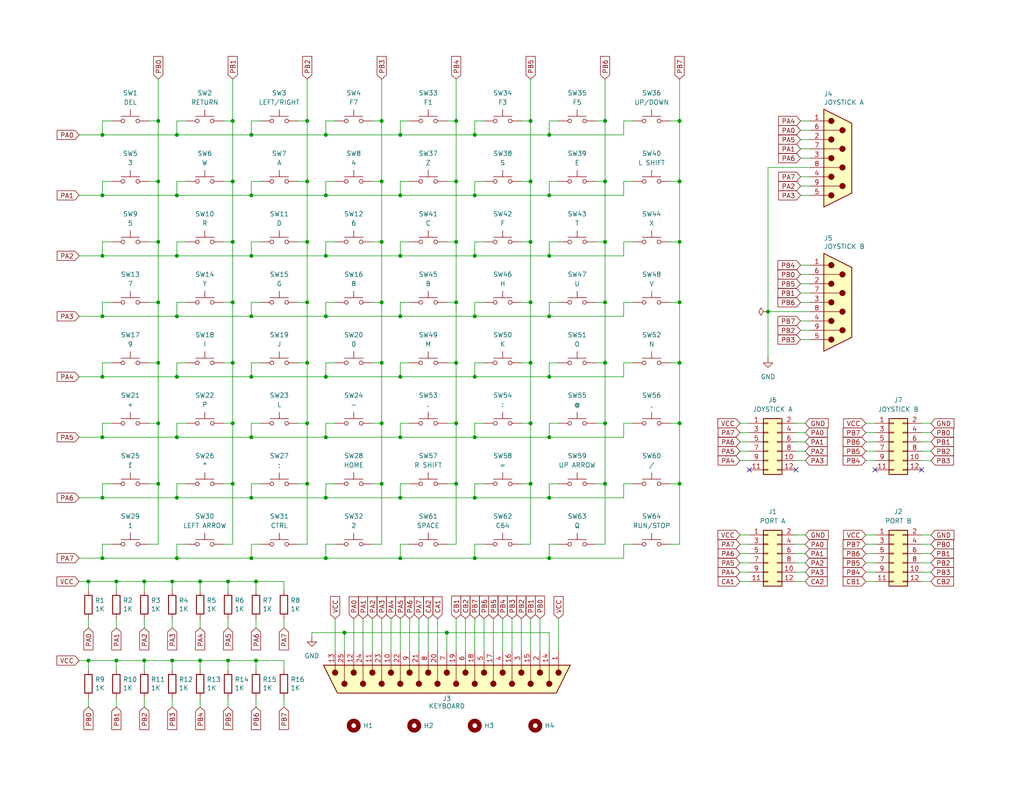
<source format=kicad_sch>
(kicad_sch (version 20250114) (generator "eeschema") (generator_version "9.0")
  (paper "USLetter")
  (title_block (title "6502 Keyboard Helper") (date "2025-09-26") (rev "1.0") (company "A.C. Wright Design"))
  (junction (at 63.5 66.04))
  (junction (at 43.18 132.08))
  (junction (at 48.26 53.34))
  (junction (at 48.26 152.4))
  (junction (at 144.78 82.55))
  (junction (at 27.94 53.34))
  (junction (at 27.94 36.83))
  (junction (at 83.82 66.04))
  (junction (at 63.5 115.57))
  (junction (at 48.26 102.87))
  (junction (at 124.46 115.57))
  (junction (at 121.92 172.72))
  (junction (at 88.9 36.83))
  (junction (at 129.54 53.34))
  (junction (at 43.18 49.53))
  (junction (at 62.23 158.75))
  (junction (at 39.37 158.75))
  (junction (at 27.94 69.85))
  (junction (at 185.42 132.08))
  (junction (at 48.26 119.38))
  (junction (at 129.54 135.89))
  (junction (at 69.85 180.34))
  (junction (at 68.58 36.83))
  (junction (at 104.14 132.08))
  (junction (at 124.46 33.02))
  (junction (at 129.54 152.4))
  (junction (at 109.22 86.36))
  (junction (at 124.46 49.53))
  (junction (at 149.86 53.34))
  (junction (at 144.78 132.08))
  (junction (at 124.46 132.08))
  (junction (at 185.42 115.57))
  (junction (at 109.22 119.38))
  (junction (at 149.86 86.36))
  (junction (at 43.18 66.04))
  (junction (at 68.58 53.34))
  (junction (at 46.99 180.34))
  (junction (at 129.54 102.87))
  (junction (at 83.82 49.53))
  (junction (at 185.42 66.04))
  (junction (at 88.9 102.87))
  (junction (at 83.82 82.55))
  (junction (at 165.1 49.53))
  (junction (at 63.5 132.08))
  (junction (at 149.86 102.87))
  (junction (at 129.54 36.83))
  (junction (at 88.9 86.36))
  (junction (at 88.9 119.38))
  (junction (at 149.86 119.38))
  (junction (at 63.5 82.55))
  (junction (at 68.58 102.87))
  (junction (at 43.18 115.57))
  (junction (at 48.26 69.85))
  (junction (at 109.22 36.83))
  (junction (at 48.26 135.89))
  (junction (at 88.9 69.85))
  (junction (at 68.58 152.4))
  (junction (at 129.54 69.85))
  (junction (at 31.75 180.34))
  (junction (at 209.55 85.09))
  (junction (at 27.94 119.38))
  (junction (at 109.22 102.87))
  (junction (at 124.46 66.04))
  (junction (at 165.1 66.04))
  (junction (at 46.99 158.75))
  (junction (at 68.58 69.85))
  (junction (at 69.85 158.75))
  (junction (at 43.18 99.06))
  (junction (at 144.78 49.53))
  (junction (at 124.46 99.06))
  (junction (at 68.58 86.36))
  (junction (at 48.26 36.83))
  (junction (at 83.82 99.06))
  (junction (at 27.94 102.87))
  (junction (at 83.82 115.57))
  (junction (at 129.54 119.38))
  (junction (at 185.42 33.02))
  (junction (at 149.86 69.85))
  (junction (at 165.1 33.02))
  (junction (at 149.86 135.89))
  (junction (at 165.1 132.08))
  (junction (at 109.22 69.85))
  (junction (at 165.1 99.06))
  (junction (at 104.14 66.04))
  (junction (at 62.23 180.34))
  (junction (at 144.78 66.04))
  (junction (at 144.78 115.57))
  (junction (at 88.9 152.4))
  (junction (at 149.86 152.4))
  (junction (at 27.94 152.4))
  (junction (at 43.18 33.02))
  (junction (at 185.42 82.55))
  (junction (at 31.75 158.75))
  (junction (at 24.13 180.34))
  (junction (at 109.22 135.89))
  (junction (at 54.61 180.34))
  (junction (at 104.14 49.53))
  (junction (at 63.5 49.53))
  (junction (at 144.78 99.06))
  (junction (at 63.5 33.02))
  (junction (at 149.86 36.83))
  (junction (at 104.14 99.06))
  (junction (at 185.42 49.53))
  (junction (at 83.82 132.08))
  (junction (at 27.94 86.36))
  (junction (at 83.82 33.02))
  (junction (at 165.1 115.57))
  (junction (at 63.5 99.06))
  (junction (at 68.58 119.38))
  (junction (at 68.58 135.89))
  (junction (at 24.13 158.75))
  (junction (at 88.9 53.34))
  (junction (at 43.18 82.55))
  (junction (at 93.98 172.72))
  (junction (at 144.78 33.02))
  (junction (at 48.26 86.36))
  (junction (at 185.42 99.06))
  (junction (at 54.61 158.75))
  (junction (at 104.14 82.55))
  (junction (at 129.54 86.36))
  (junction (at 88.9 135.89))
  (junction (at 124.46 82.55))
  (junction (at 109.22 152.4))
  (junction (at 104.14 115.57))
  (junction (at 27.94 135.89))
  (junction (at 109.22 53.34))
  (junction (at 39.37 180.34))
  (junction (at 104.14 33.02))
  (junction (at 165.1 82.55))
  (no_connect (at 204.47 128.27))
  (no_connect (at 251.46 128.27))
  (no_connect (at 217.17 128.27))
  (no_connect (at 238.76 128.27))
  (wire (pts (xy 88.9 132.08) (xy 91.44 132.08)))
  (wire (pts (xy 88.9 69.85) (xy 109.22 69.85)))
  (wire (pts (xy 144.78 115.57) (xy 144.78 132.08)))
  (wire (pts (xy 124.46 115.57) (xy 124.46 132.08)))
  (wire (pts (xy 31.75 180.34) (xy 31.75 182.88)))
  (wire (pts (xy 201.93 146.05) (xy 204.47 146.05)))
  (wire (pts (xy 185.42 49.53) (xy 185.42 66.04)))
  (wire (pts (xy 251.46 146.05) (xy 254 146.05)))
  (wire (pts (xy 104.14 33.02) (xy 104.14 49.53)))
  (wire (pts (xy 68.58 135.89) (xy 88.9 135.89)))
  (wire (pts (xy 132.08 82.55) (xy 129.54 82.55)))
  (wire (pts (xy 27.94 66.04) (xy 27.94 69.85)))
  (wire (pts (xy 218.44 53.34) (xy 220.98 53.34)))
  (wire (pts (xy 99.06 168.91) (xy 99.06 177.8)))
  (wire (pts (xy 50.8 132.08) (xy 48.26 132.08)))
  (wire (pts (xy 101.6 66.04) (xy 104.14 66.04)))
  (wire (pts (xy 48.26 135.89) (xy 68.58 135.89)))
  (wire (pts (xy 83.82 132.08) (xy 83.82 148.59)))
  (wire (pts (xy 46.99 158.75) (xy 46.99 161.29)))
  (wire (pts (xy 182.88 148.59) (xy 185.42 148.59)))
  (wire (pts (xy 85.09 173.99) (xy 85.09 172.72)))
  (wire (pts (xy 218.44 40.64) (xy 220.98 40.64)))
  (wire (pts (xy 218.44 80.01) (xy 220.98 80.01)))
  (wire (pts (xy 129.54 49.53) (xy 129.54 53.34)))
  (wire (pts (xy 30.48 49.53) (xy 27.94 49.53)))
  (wire (pts (xy 60.96 115.57) (xy 63.5 115.57)))
  (wire (pts (xy 27.94 33.02) (xy 27.94 36.83)))
  (wire (pts (xy 218.44 35.56) (xy 220.98 35.56)))
  (wire (pts (xy 101.6 82.55) (xy 104.14 82.55)))
  (wire (pts (xy 77.47 158.75) (xy 69.85 158.75)))
  (wire (pts (xy 81.28 33.02) (xy 83.82 33.02)))
  (wire (pts (xy 40.64 99.06) (xy 43.18 99.06)))
  (wire (pts (xy 165.1 33.02) (xy 165.1 49.53)))
  (wire (pts (xy 88.9 115.57) (xy 91.44 115.57)))
  (wire (pts (xy 129.54 119.38) (xy 149.86 119.38)))
  (wire (pts (xy 218.44 33.02) (xy 220.98 33.02)))
  (wire (pts (xy 81.28 115.57) (xy 83.82 115.57)))
  (wire (pts (xy 149.86 82.55) (xy 149.86 86.36)))
  (wire (pts (xy 109.22 102.87) (xy 129.54 102.87)))
  (wire (pts (xy 62.23 158.75) (xy 62.23 161.29)))
  (wire (pts (xy 69.85 182.88) (xy 69.85 180.34)))
  (wire (pts (xy 109.22 115.57) (xy 109.22 119.38)))
  (wire (pts (xy 165.1 132.08) (xy 165.1 148.59)))
  (wire (pts (xy 152.4 99.06) (xy 149.86 99.06)))
  (wire (pts (xy 48.26 66.04) (xy 48.26 69.85)))
  (wire (pts (xy 43.18 33.02) (xy 43.18 21.59)))
  (wire (pts (xy 48.26 115.57) (xy 48.26 119.38)))
  (wire (pts (xy 48.26 86.36) (xy 68.58 86.36)))
  (wire (pts (xy 62.23 168.91) (xy 62.23 171.45)))
  (wire (pts (xy 251.46 151.13) (xy 254 151.13)))
  (wire (pts (xy 101.6 115.57) (xy 104.14 115.57)))
  (wire (pts (xy 40.64 132.08) (xy 43.18 132.08)))
  (wire (pts (xy 170.18 33.02) (xy 172.72 33.02)))
  (wire (pts (xy 106.68 168.91) (xy 106.68 177.8)))
  (wire (pts (xy 31.75 180.34) (xy 24.13 180.34)))
  (wire (pts (xy 149.86 135.89) (xy 170.18 135.89)))
  (wire (pts (xy 50.8 66.04) (xy 48.26 66.04)))
  (wire (pts (xy 104.14 66.04) (xy 104.14 82.55)))
  (wire (pts (xy 165.1 99.06) (xy 165.1 115.57)))
  (wire (pts (xy 21.59 36.83) (xy 27.94 36.83)))
  (wire (pts (xy 88.9 119.38) (xy 88.9 115.57)))
  (wire (pts (xy 27.94 49.53) (xy 27.94 53.34)))
  (wire (pts (xy 111.76 82.55) (xy 109.22 82.55)))
  (wire (pts (xy 63.5 33.02) (xy 63.5 49.53)))
  (wire (pts (xy 50.8 148.59) (xy 48.26 148.59)))
  (wire (pts (xy 48.26 53.34) (xy 68.58 53.34)))
  (wire (pts (xy 149.86 99.06) (xy 149.86 102.87)))
  (wire (pts (xy 142.24 115.57) (xy 144.78 115.57)))
  (wire (pts (xy 185.42 66.04) (xy 185.42 82.55)))
  (wire (pts (xy 129.54 53.34) (xy 149.86 53.34)))
  (wire (pts (xy 101.6 99.06) (xy 104.14 99.06)))
  (wire (pts (xy 62.23 158.75) (xy 69.85 158.75)))
  (wire (pts (xy 109.22 82.55) (xy 109.22 86.36)))
  (wire (pts (xy 83.82 33.02) (xy 83.82 49.53)))
  (wire (pts (xy 152.4 148.59) (xy 149.86 148.59)))
  (wire (pts (xy 149.86 49.53) (xy 149.86 53.34)))
  (wire (pts (xy 62.23 180.34) (xy 54.61 180.34)))
  (wire (pts (xy 129.54 66.04) (xy 129.54 69.85)))
  (wire (pts (xy 132.08 132.08) (xy 129.54 132.08)))
  (wire (pts (xy 162.56 49.53) (xy 165.1 49.53)))
  (wire (pts (xy 251.46 153.67) (xy 254 153.67)))
  (wire (pts (xy 77.47 161.29) (xy 77.47 158.75)))
  (wire (pts (xy 111.76 33.02) (xy 109.22 33.02)))
  (wire (pts (xy 48.26 119.38) (xy 68.58 119.38)))
  (wire (pts (xy 27.94 115.57) (xy 27.94 119.38)))
  (wire (pts (xy 119.38 168.91) (xy 119.38 177.8)))
  (wire (pts (xy 27.94 102.87) (xy 48.26 102.87)))
  (wire (pts (xy 121.92 132.08) (xy 124.46 132.08)))
  (wire (pts (xy 170.18 102.87) (xy 170.18 99.06)))
  (wire (pts (xy 43.18 66.04) (xy 43.18 82.55)))
  (wire (pts (xy 109.22 66.04) (xy 109.22 69.85)))
  (wire (pts (xy 48.26 152.4) (xy 68.58 152.4)))
  (wire (pts (xy 46.99 168.91) (xy 46.99 171.45)))
  (wire (pts (xy 68.58 49.53) (xy 68.58 53.34)))
  (wire (pts (xy 121.92 49.53) (xy 124.46 49.53)))
  (wire (pts (xy 50.8 115.57) (xy 48.26 115.57)))
  (wire (pts (xy 185.42 33.02) (xy 185.42 21.59)))
  (wire (pts (xy 68.58 148.59) (xy 68.58 152.4)))
  (wire (pts (xy 124.46 33.02) (xy 124.46 49.53)))
  (wire (pts (xy 109.22 168.91) (xy 109.22 177.8)))
  (wire (pts (xy 21.59 152.4) (xy 27.94 152.4)))
  (wire (pts (xy 251.46 125.73) (xy 254 125.73)))
  (wire (pts (xy 201.93 120.65) (xy 204.47 120.65)))
  (wire (pts (xy 127 168.91) (xy 127 177.8)))
  (wire (pts (xy 81.28 82.55) (xy 83.82 82.55)))
  (wire (pts (xy 21.59 180.34) (xy 24.13 180.34)))
  (wire (pts (xy 88.9 148.59) (xy 91.44 148.59)))
  (wire (pts (xy 109.22 49.53) (xy 109.22 53.34)))
  (wire (pts (xy 170.18 119.38) (xy 170.18 115.57)))
  (wire (pts (xy 149.86 148.59) (xy 149.86 152.4)))
  (wire (pts (xy 201.93 123.19) (xy 204.47 123.19)))
  (wire (pts (xy 236.22 146.05) (xy 238.76 146.05)))
  (wire (pts (xy 236.22 125.73) (xy 238.76 125.73)))
  (wire (pts (xy 68.58 132.08) (xy 68.58 135.89)))
  (wire (pts (xy 104.14 132.08) (xy 104.14 148.59)))
  (wire (pts (xy 101.6 33.02) (xy 104.14 33.02)))
  (wire (pts (xy 251.46 158.75) (xy 254 158.75)))
  (wire (pts (xy 109.22 69.85) (xy 129.54 69.85)))
  (wire (pts (xy 50.8 82.55) (xy 48.26 82.55)))
  (wire (pts (xy 129.54 115.57) (xy 129.54 119.38)))
  (wire (pts (xy 88.9 53.34) (xy 88.9 49.53)))
  (wire (pts (xy 109.22 119.38) (xy 129.54 119.38)))
  (wire (pts (xy 129.54 152.4) (xy 149.86 152.4)))
  (wire (pts (xy 83.82 33.02) (xy 83.82 21.59)))
  (wire (pts (xy 30.48 115.57) (xy 27.94 115.57)))
  (wire (pts (xy 93.98 177.8) (xy 93.98 172.72)))
  (wire (pts (xy 48.26 49.53) (xy 48.26 53.34)))
  (wire (pts (xy 68.58 152.4) (xy 88.9 152.4)))
  (wire (pts (xy 60.96 132.08) (xy 63.5 132.08)))
  (wire (pts (xy 132.08 115.57) (xy 129.54 115.57)))
  (wire (pts (xy 101.6 132.08) (xy 104.14 132.08)))
  (wire (pts (xy 218.44 74.93) (xy 220.98 74.93)))
  (wire (pts (xy 218.44 38.1) (xy 220.98 38.1)))
  (wire (pts (xy 201.93 158.75) (xy 204.47 158.75)))
  (wire (pts (xy 71.12 66.04) (xy 68.58 66.04)))
  (wire (pts (xy 40.64 66.04) (xy 43.18 66.04)))
  (wire (pts (xy 170.18 36.83) (xy 170.18 33.02)))
  (wire (pts (xy 40.64 49.53) (xy 43.18 49.53)))
  (wire (pts (xy 201.93 115.57) (xy 204.47 115.57)))
  (wire (pts (xy 88.9 135.89) (xy 109.22 135.89)))
  (wire (pts (xy 39.37 190.5) (xy 39.37 193.04)))
  (wire (pts (xy 81.28 132.08) (xy 83.82 132.08)))
  (wire (pts (xy 109.22 99.06) (xy 109.22 102.87)))
  (wire (pts (xy 111.76 66.04) (xy 109.22 66.04)))
  (wire (pts (xy 218.44 90.17) (xy 220.98 90.17)))
  (wire (pts (xy 88.9 33.02) (xy 91.44 33.02)))
  (wire (pts (xy 218.44 48.26) (xy 220.98 48.26)))
  (wire (pts (xy 68.58 82.55) (xy 68.58 86.36)))
  (wire (pts (xy 27.94 135.89) (xy 48.26 135.89)))
  (wire (pts (xy 217.17 151.13) (xy 219.71 151.13)))
  (wire (pts (xy 88.9 152.4) (xy 88.9 148.59)))
  (wire (pts (xy 39.37 158.75) (xy 39.37 161.29)))
  (wire (pts (xy 162.56 115.57) (xy 165.1 115.57)))
  (wire (pts (xy 48.26 148.59) (xy 48.26 152.4)))
  (wire (pts (xy 30.48 132.08) (xy 27.94 132.08)))
  (wire (pts (xy 124.46 33.02) (xy 124.46 21.59)))
  (wire (pts (xy 31.75 158.75) (xy 24.13 158.75)))
  (wire (pts (xy 62.23 158.75) (xy 54.61 158.75)))
  (wire (pts (xy 27.94 53.34) (xy 48.26 53.34)))
  (wire (pts (xy 88.9 49.53) (xy 91.44 49.53)))
  (wire (pts (xy 24.13 180.34) (xy 24.13 182.88)))
  (wire (pts (xy 83.82 82.55) (xy 83.82 99.06)))
  (wire (pts (xy 48.26 99.06) (xy 48.26 102.87)))
  (wire (pts (xy 165.1 66.04) (xy 165.1 82.55)))
  (wire (pts (xy 68.58 69.85) (xy 88.9 69.85)))
  (wire (pts (xy 129.54 36.83) (xy 149.86 36.83)))
  (wire (pts (xy 162.56 33.02) (xy 165.1 33.02)))
  (wire (pts (xy 46.99 158.75) (xy 39.37 158.75)))
  (wire (pts (xy 30.48 33.02) (xy 27.94 33.02)))
  (wire (pts (xy 27.94 99.06) (xy 27.94 102.87)))
  (wire (pts (xy 149.86 86.36) (xy 170.18 86.36)))
  (wire (pts (xy 182.88 49.53) (xy 185.42 49.53)))
  (wire (pts (xy 71.12 33.02) (xy 68.58 33.02)))
  (wire (pts (xy 111.76 148.59) (xy 109.22 148.59)))
  (wire (pts (xy 134.62 168.91) (xy 134.62 177.8)))
  (wire (pts (xy 182.88 99.06) (xy 185.42 99.06)))
  (wire (pts (xy 30.48 66.04) (xy 27.94 66.04)))
  (wire (pts (xy 124.46 66.04) (xy 124.46 82.55)))
  (wire (pts (xy 40.64 148.59) (xy 43.18 148.59)))
  (wire (pts (xy 62.23 190.5) (xy 62.23 193.04)))
  (wire (pts (xy 152.4 82.55) (xy 149.86 82.55)))
  (wire (pts (xy 149.86 132.08) (xy 149.86 135.89)))
  (wire (pts (xy 209.55 45.72) (xy 220.98 45.72)))
  (wire (pts (xy 149.86 119.38) (xy 170.18 119.38)))
  (wire (pts (xy 83.82 99.06) (xy 83.82 115.57)))
  (wire (pts (xy 60.96 66.04) (xy 63.5 66.04)))
  (wire (pts (xy 68.58 86.36) (xy 88.9 86.36)))
  (wire (pts (xy 48.26 82.55) (xy 48.26 86.36)))
  (wire (pts (xy 218.44 92.71) (xy 220.98 92.71)))
  (wire (pts (xy 218.44 82.55) (xy 220.98 82.55)))
  (wire (pts (xy 109.22 148.59) (xy 109.22 152.4)))
  (wire (pts (xy 129.54 69.85) (xy 149.86 69.85)))
  (wire (pts (xy 129.54 135.89) (xy 149.86 135.89)))
  (wire (pts (xy 69.85 161.29) (xy 69.85 158.75)))
  (wire (pts (xy 88.9 86.36) (xy 109.22 86.36)))
  (wire (pts (xy 81.28 148.59) (xy 83.82 148.59)))
  (wire (pts (xy 201.93 118.11) (xy 204.47 118.11)))
  (wire (pts (xy 236.22 120.65) (xy 238.76 120.65)))
  (wire (pts (xy 144.78 33.02) (xy 144.78 21.59)))
  (wire (pts (xy 137.16 168.91) (xy 137.16 177.8)))
  (wire (pts (xy 48.26 132.08) (xy 48.26 135.89)))
  (wire (pts (xy 147.32 168.91) (xy 147.32 177.8)))
  (wire (pts (xy 93.98 172.72) (xy 121.92 172.72)))
  (wire (pts (xy 162.56 82.55) (xy 165.1 82.55)))
  (wire (pts (xy 60.96 82.55) (xy 63.5 82.55)))
  (wire (pts (xy 27.94 82.55) (xy 27.94 86.36)))
  (wire (pts (xy 63.5 33.02) (xy 63.5 21.59)))
  (wire (pts (xy 109.22 86.36) (xy 129.54 86.36)))
  (wire (pts (xy 236.22 156.21) (xy 238.76 156.21)))
  (wire (pts (xy 170.18 99.06) (xy 172.72 99.06)))
  (wire (pts (xy 81.28 49.53) (xy 83.82 49.53)))
  (wire (pts (xy 132.08 148.59) (xy 129.54 148.59)))
  (wire (pts (xy 144.78 66.04) (xy 144.78 82.55)))
  (wire (pts (xy 71.12 148.59) (xy 68.58 148.59)))
  (wire (pts (xy 142.24 99.06) (xy 144.78 99.06)))
  (wire (pts (xy 218.44 43.18) (xy 220.98 43.18)))
  (wire (pts (xy 88.9 86.36) (xy 88.9 82.55)))
  (wire (pts (xy 104.14 33.02) (xy 104.14 21.59)))
  (wire (pts (xy 21.59 102.87) (xy 27.94 102.87)))
  (wire (pts (xy 182.88 115.57) (xy 185.42 115.57)))
  (wire (pts (xy 170.18 53.34) (xy 170.18 49.53)))
  (wire (pts (xy 165.1 33.02) (xy 165.1 21.59)))
  (wire (pts (xy 63.5 99.06) (xy 63.5 115.57)))
  (wire (pts (xy 142.24 66.04) (xy 144.78 66.04)))
  (wire (pts (xy 83.82 115.57) (xy 83.82 132.08)))
  (wire (pts (xy 71.12 132.08) (xy 68.58 132.08)))
  (wire (pts (xy 142.24 82.55) (xy 144.78 82.55)))
  (wire (pts (xy 46.99 190.5) (xy 46.99 193.04)))
  (wire (pts (xy 27.94 119.38) (xy 48.26 119.38)))
  (wire (pts (xy 109.22 132.08) (xy 109.22 135.89)))
  (wire (pts (xy 152.4 66.04) (xy 149.86 66.04)))
  (wire (pts (xy 68.58 115.57) (xy 68.58 119.38)))
  (wire (pts (xy 162.56 132.08) (xy 165.1 132.08)))
  (wire (pts (xy 185.42 82.55) (xy 185.42 99.06)))
  (wire (pts (xy 43.18 115.57) (xy 43.18 132.08)))
  (wire (pts (xy 54.61 168.91) (xy 54.61 171.45)))
  (wire (pts (xy 96.52 168.91) (xy 96.52 177.8)))
  (wire (pts (xy 236.22 148.59) (xy 238.76 148.59)))
  (wire (pts (xy 21.59 53.34) (xy 27.94 53.34)))
  (wire (pts (xy 111.76 99.06) (xy 109.22 99.06)))
  (wire (pts (xy 24.13 168.91) (xy 24.13 171.45)))
  (wire (pts (xy 152.4 49.53) (xy 149.86 49.53)))
  (wire (pts (xy 71.12 99.06) (xy 68.58 99.06)))
  (wire (pts (xy 31.75 158.75) (xy 31.75 161.29)))
  (wire (pts (xy 149.86 152.4) (xy 170.18 152.4)))
  (wire (pts (xy 40.64 115.57) (xy 43.18 115.57)))
  (wire (pts (xy 27.94 132.08) (xy 27.94 135.89)))
  (wire (pts (xy 77.47 182.88) (xy 77.47 180.34)))
  (wire (pts (xy 114.3 168.91) (xy 114.3 177.8)))
  (wire (pts (xy 31.75 168.91) (xy 31.75 171.45)))
  (wire (pts (xy 111.76 132.08) (xy 109.22 132.08)))
  (wire (pts (xy 218.44 50.8) (xy 220.98 50.8)))
  (wire (pts (xy 54.61 158.75) (xy 46.99 158.75)))
  (wire (pts (xy 68.58 102.87) (xy 88.9 102.87)))
  (wire (pts (xy 88.9 36.83) (xy 88.9 33.02)))
  (wire (pts (xy 121.92 148.59) (xy 124.46 148.59)))
  (wire (pts (xy 170.18 69.85) (xy 170.18 66.04)))
  (wire (pts (xy 132.08 66.04) (xy 129.54 66.04)))
  (wire (pts (xy 132.08 49.53) (xy 129.54 49.53)))
  (wire (pts (xy 48.26 69.85) (xy 68.58 69.85)))
  (wire (pts (xy 50.8 49.53) (xy 48.26 49.53)))
  (wire (pts (xy 217.17 148.59) (xy 219.71 148.59)))
  (wire (pts (xy 217.17 146.05) (xy 219.71 146.05)))
  (wire (pts (xy 251.46 115.57) (xy 254 115.57)))
  (wire (pts (xy 149.86 177.8) (xy 149.86 172.72)))
  (wire (pts (xy 121.92 82.55) (xy 124.46 82.55)))
  (wire (pts (xy 68.58 66.04) (xy 68.58 69.85)))
  (wire (pts (xy 149.86 36.83) (xy 170.18 36.83)))
  (wire (pts (xy 236.22 123.19) (xy 238.76 123.19)))
  (wire (pts (xy 68.58 33.02) (xy 68.58 36.83)))
  (wire (pts (xy 121.92 33.02) (xy 124.46 33.02)))
  (wire (pts (xy 54.61 180.34) (xy 46.99 180.34)))
  (wire (pts (xy 149.86 172.72) (xy 121.92 172.72)))
  (wire (pts (xy 43.18 33.02) (xy 43.18 49.53)))
  (wire (pts (xy 109.22 53.34) (xy 129.54 53.34)))
  (wire (pts (xy 217.17 123.19) (xy 219.71 123.19)))
  (wire (pts (xy 21.59 119.38) (xy 27.94 119.38)))
  (wire (pts (xy 182.88 132.08) (xy 185.42 132.08)))
  (wire (pts (xy 81.28 66.04) (xy 83.82 66.04)))
  (wire (pts (xy 185.42 33.02) (xy 185.42 49.53)))
  (wire (pts (xy 162.56 66.04) (xy 165.1 66.04)))
  (wire (pts (xy 236.22 153.67) (xy 238.76 153.67)))
  (wire (pts (xy 63.5 82.55) (xy 63.5 99.06)))
  (wire (pts (xy 162.56 99.06) (xy 165.1 99.06)))
  (wire (pts (xy 185.42 132.08) (xy 185.42 148.59)))
  (wire (pts (xy 88.9 82.55) (xy 91.44 82.55)))
  (wire (pts (xy 83.82 66.04) (xy 83.82 82.55)))
  (wire (pts (xy 129.54 82.55) (xy 129.54 86.36)))
  (wire (pts (xy 142.24 148.59) (xy 144.78 148.59)))
  (wire (pts (xy 109.22 33.02) (xy 109.22 36.83)))
  (wire (pts (xy 251.46 148.59) (xy 254 148.59)))
  (wire (pts (xy 132.08 99.06) (xy 129.54 99.06)))
  (wire (pts (xy 111.76 168.91) (xy 111.76 177.8)))
  (wire (pts (xy 50.8 99.06) (xy 48.26 99.06)))
  (wire (pts (xy 236.22 118.11) (xy 238.76 118.11)))
  (wire (pts (xy 144.78 132.08) (xy 144.78 148.59)))
  (wire (pts (xy 43.18 82.55) (xy 43.18 99.06)))
  (wire (pts (xy 129.54 99.06) (xy 129.54 102.87)))
  (wire (pts (xy 39.37 180.34) (xy 31.75 180.34)))
  (wire (pts (xy 48.26 33.02) (xy 48.26 36.83)))
  (wire (pts (xy 132.08 33.02) (xy 129.54 33.02)))
  (wire (pts (xy 152.4 33.02) (xy 149.86 33.02)))
  (wire (pts (xy 182.88 82.55) (xy 185.42 82.55)))
  (wire (pts (xy 69.85 168.91) (xy 69.85 171.45)))
  (wire (pts (xy 144.78 82.55) (xy 144.78 99.06)))
  (wire (pts (xy 63.5 132.08) (xy 63.5 148.59)))
  (wire (pts (xy 68.58 53.34) (xy 88.9 53.34)))
  (wire (pts (xy 165.1 49.53) (xy 165.1 66.04)))
  (wire (pts (xy 43.18 49.53) (xy 43.18 66.04)))
  (wire (pts (xy 30.48 99.06) (xy 27.94 99.06)))
  (wire (pts (xy 88.9 102.87) (xy 109.22 102.87)))
  (wire (pts (xy 21.59 86.36) (xy 27.94 86.36)))
  (wire (pts (xy 236.22 151.13) (xy 238.76 151.13)))
  (wire (pts (xy 144.78 49.53) (xy 144.78 66.04)))
  (wire (pts (xy 121.92 66.04) (xy 124.46 66.04)))
  (wire (pts (xy 77.47 190.5) (xy 77.47 193.04)))
  (wire (pts (xy 27.94 148.59) (xy 27.94 152.4)))
  (wire (pts (xy 21.59 158.75) (xy 24.13 158.75)))
  (wire (pts (xy 39.37 158.75) (xy 31.75 158.75)))
  (wire (pts (xy 60.96 99.06) (xy 63.5 99.06)))
  (wire (pts (xy 63.5 115.57) (xy 63.5 132.08)))
  (wire (pts (xy 27.94 152.4) (xy 48.26 152.4)))
  (wire (pts (xy 201.93 148.59) (xy 204.47 148.59)))
  (wire (pts (xy 109.22 152.4) (xy 129.54 152.4)))
  (wire (pts (xy 88.9 36.83) (xy 109.22 36.83)))
  (wire (pts (xy 111.76 49.53) (xy 109.22 49.53)))
  (wire (pts (xy 46.99 180.34) (xy 46.99 182.88)))
  (wire (pts (xy 104.14 115.57) (xy 104.14 132.08)))
  (wire (pts (xy 43.18 132.08) (xy 43.18 148.59)))
  (wire (pts (xy 201.93 153.67) (xy 204.47 153.67)))
  (wire (pts (xy 124.46 49.53) (xy 124.46 66.04)))
  (wire (pts (xy 71.12 82.55) (xy 68.58 82.55)))
  (wire (pts (xy 91.44 168.91) (xy 91.44 177.8)))
  (wire (pts (xy 85.09 172.72) (xy 93.98 172.72)))
  (wire (pts (xy 24.13 190.5) (xy 24.13 193.04)))
  (wire (pts (xy 43.18 99.06) (xy 43.18 115.57)))
  (wire (pts (xy 46.99 180.34) (xy 39.37 180.34)))
  (wire (pts (xy 170.18 86.36) (xy 170.18 82.55)))
  (wire (pts (xy 121.92 99.06) (xy 124.46 99.06)))
  (wire (pts (xy 251.46 120.65) (xy 254 120.65)))
  (wire (pts (xy 62.23 180.34) (xy 62.23 182.88)))
  (wire (pts (xy 88.9 102.87) (xy 88.9 99.06)))
  (wire (pts (xy 182.88 33.02) (xy 185.42 33.02)))
  (wire (pts (xy 39.37 180.34) (xy 39.37 182.88)))
  (wire (pts (xy 149.86 66.04) (xy 149.86 69.85)))
  (wire (pts (xy 149.86 53.34) (xy 170.18 53.34)))
  (wire (pts (xy 77.47 168.91) (xy 77.47 171.45)))
  (wire (pts (xy 129.54 168.91) (xy 129.54 177.8)))
  (wire (pts (xy 132.08 168.91) (xy 132.08 177.8)))
  (wire (pts (xy 88.9 152.4) (xy 109.22 152.4)))
  (wire (pts (xy 170.18 132.08) (xy 172.72 132.08)))
  (wire (pts (xy 129.54 86.36) (xy 149.86 86.36)))
  (wire (pts (xy 142.24 33.02) (xy 144.78 33.02)))
  (wire (pts (xy 218.44 72.39) (xy 220.98 72.39)))
  (wire (pts (xy 88.9 53.34) (xy 109.22 53.34)))
  (wire (pts (xy 217.17 125.73) (xy 219.71 125.73)))
  (wire (pts (xy 218.44 77.47) (xy 220.98 77.47)))
  (wire (pts (xy 170.18 49.53) (xy 172.72 49.53)))
  (wire (pts (xy 251.46 156.21) (xy 254 156.21)))
  (wire (pts (xy 27.94 86.36) (xy 48.26 86.36)))
  (wire (pts (xy 48.26 36.83) (xy 68.58 36.83)))
  (wire (pts (xy 236.22 158.75) (xy 238.76 158.75)))
  (wire (pts (xy 144.78 99.06) (xy 144.78 115.57)))
  (wire (pts (xy 40.64 82.55) (xy 43.18 82.55)))
  (wire (pts (xy 165.1 115.57) (xy 165.1 132.08)))
  (wire (pts (xy 217.17 120.65) (xy 219.71 120.65)))
  (wire (pts (xy 139.7 168.91) (xy 139.7 177.8)))
  (wire (pts (xy 170.18 115.57) (xy 172.72 115.57)))
  (wire (pts (xy 48.26 102.87) (xy 68.58 102.87)))
  (wire (pts (xy 182.88 66.04) (xy 185.42 66.04)))
  (wire (pts (xy 54.61 180.34) (xy 54.61 182.88)))
  (wire (pts (xy 170.18 66.04) (xy 172.72 66.04)))
  (wire (pts (xy 88.9 69.85) (xy 88.9 66.04)))
  (wire (pts (xy 162.56 148.59) (xy 165.1 148.59)))
  (wire (pts (xy 152.4 168.91) (xy 152.4 177.8)))
  (wire (pts (xy 209.55 85.09) (xy 220.98 85.09)))
  (wire (pts (xy 30.48 82.55) (xy 27.94 82.55)))
  (wire (pts (xy 124.46 132.08) (xy 124.46 148.59)))
  (wire (pts (xy 149.86 69.85) (xy 170.18 69.85)))
  (wire (pts (xy 50.8 33.02) (xy 48.26 33.02)))
  (wire (pts (xy 149.86 115.57) (xy 149.86 119.38)))
  (wire (pts (xy 101.6 168.91) (xy 101.6 177.8)))
  (wire (pts (xy 104.14 82.55) (xy 104.14 99.06)))
  (wire (pts (xy 209.55 97.79) (xy 209.55 85.09)))
  (wire (pts (xy 109.22 36.83) (xy 129.54 36.83)))
  (wire (pts (xy 209.55 85.09) (xy 209.55 45.72)))
  (wire (pts (xy 124.46 99.06) (xy 124.46 115.57)))
  (wire (pts (xy 63.5 49.53) (xy 63.5 66.04)))
  (wire (pts (xy 88.9 66.04) (xy 91.44 66.04)))
  (wire (pts (xy 129.54 132.08) (xy 129.54 135.89)))
  (wire (pts (xy 63.5 66.04) (xy 63.5 82.55)))
  (wire (pts (xy 62.23 180.34) (xy 69.85 180.34)))
  (wire (pts (xy 170.18 82.55) (xy 172.72 82.55)))
  (wire (pts (xy 109.22 135.89) (xy 129.54 135.89)))
  (wire (pts (xy 68.58 99.06) (xy 68.58 102.87)))
  (wire (pts (xy 30.48 148.59) (xy 27.94 148.59)))
  (wire (pts (xy 217.17 158.75) (xy 219.71 158.75)))
  (wire (pts (xy 217.17 156.21) (xy 219.71 156.21)))
  (wire (pts (xy 77.47 180.34) (xy 69.85 180.34)))
  (wire (pts (xy 40.64 33.02) (xy 43.18 33.02)))
  (wire (pts (xy 88.9 135.89) (xy 88.9 132.08)))
  (wire (pts (xy 251.46 118.11) (xy 254 118.11)))
  (wire (pts (xy 88.9 119.38) (xy 109.22 119.38)))
  (wire (pts (xy 24.13 158.75) (xy 24.13 161.29)))
  (wire (pts (xy 121.92 172.72) (xy 121.92 177.8)))
  (wire (pts (xy 88.9 99.06) (xy 91.44 99.06)))
  (wire (pts (xy 201.93 125.73) (xy 204.47 125.73)))
  (wire (pts (xy 149.86 33.02) (xy 149.86 36.83)))
  (wire (pts (xy 152.4 115.57) (xy 149.86 115.57)))
  (wire (pts (xy 71.12 115.57) (xy 68.58 115.57)))
  (wire (pts (xy 68.58 36.83) (xy 88.9 36.83)))
  (wire (pts (xy 144.78 168.91) (xy 144.78 177.8)))
  (wire (pts (xy 21.59 135.89) (xy 27.94 135.89)))
  (wire (pts (xy 104.14 49.53) (xy 104.14 66.04)))
  (wire (pts (xy 54.61 158.75) (xy 54.61 161.29)))
  (wire (pts (xy 104.14 168.91) (xy 104.14 177.8)))
  (wire (pts (xy 101.6 49.53) (xy 104.14 49.53)))
  (wire (pts (xy 69.85 190.5) (xy 69.85 193.04)))
  (wire (pts (xy 170.18 135.89) (xy 170.18 132.08)))
  (wire (pts (xy 144.78 33.02) (xy 144.78 49.53)))
  (wire (pts (xy 236.22 115.57) (xy 238.76 115.57)))
  (wire (pts (xy 152.4 132.08) (xy 149.86 132.08)))
  (wire (pts (xy 251.46 123.19) (xy 254 123.19)))
  (wire (pts (xy 111.76 115.57) (xy 109.22 115.57)))
  (wire (pts (xy 217.17 118.11) (xy 219.71 118.11)))
  (wire (pts (xy 129.54 148.59) (xy 129.54 152.4)))
  (wire (pts (xy 116.84 168.91) (xy 116.84 177.8)))
  (wire (pts (xy 68.58 119.38) (xy 88.9 119.38)))
  (wire (pts (xy 142.24 168.91) (xy 142.24 177.8)))
  (wire (pts (xy 27.94 69.85) (xy 48.26 69.85)))
  (wire (pts (xy 217.17 153.67) (xy 219.71 153.67)))
  (wire (pts (xy 31.75 190.5) (xy 31.75 193.04)))
  (wire (pts (xy 185.42 115.57) (xy 185.42 132.08)))
  (wire (pts (xy 142.24 49.53) (xy 144.78 49.53)))
  (wire (pts (xy 71.12 49.53) (xy 68.58 49.53)))
  (wire (pts (xy 39.37 168.91) (xy 39.37 171.45)))
  (wire (pts (xy 170.18 148.59) (xy 172.72 148.59)))
  (wire (pts (xy 121.92 115.57) (xy 124.46 115.57)))
  (wire (pts (xy 217.17 115.57) (xy 219.71 115.57)))
  (wire (pts (xy 124.46 168.91) (xy 124.46 177.8)))
  (wire (pts (xy 60.96 49.53) (xy 63.5 49.53)))
  (wire (pts (xy 81.28 99.06) (xy 83.82 99.06)))
  (wire (pts (xy 165.1 82.55) (xy 165.1 99.06)))
  (wire (pts (xy 218.44 87.63) (xy 220.98 87.63)))
  (wire (pts (xy 60.96 33.02) (xy 63.5 33.02)))
  (wire (pts (xy 104.14 99.06) (xy 104.14 115.57)))
  (wire (pts (xy 27.94 36.83) (xy 48.26 36.83)))
  (wire (pts (xy 21.59 69.85) (xy 27.94 69.85)))
  (wire (pts (xy 124.46 82.55) (xy 124.46 99.06)))
  (wire (pts (xy 149.86 102.87) (xy 170.18 102.87)))
  (wire (pts (xy 170.18 152.4) (xy 170.18 148.59)))
  (wire (pts (xy 83.82 49.53) (xy 83.82 66.04)))
  (wire (pts (xy 129.54 102.87) (xy 149.86 102.87)))
  (wire (pts (xy 54.61 190.5) (xy 54.61 193.04)))
  (wire (pts (xy 101.6 148.59) (xy 104.14 148.59)))
  (wire (pts (xy 185.42 99.06) (xy 185.42 115.57)))
  (wire (pts (xy 129.54 33.02) (xy 129.54 36.83)))
  (wire (pts (xy 60.96 148.59) (xy 63.5 148.59)))
  (wire (pts (xy 201.93 151.13) (xy 204.47 151.13)))
  (wire (pts (xy 201.93 156.21) (xy 204.47 156.21)))
  (wire (pts (xy 142.24 132.08) (xy 144.78 132.08)))
  (global_label "PA5" (shape input) (at 218.44 38.1 180) (property "Intersheetrefs" "${INTERSHEET_REFS}" (effects (hide yes))))
  (global_label "CA1" (shape input) (at 201.93 158.75 180) (property "Intersheetrefs" "${INTERSHEET_REFS}" (effects (hide yes))))
  (global_label "PB2" (shape input) (at 254 123.19 0) (property "Intersheetrefs" "${INTERSHEET_REFS}" (effects (hide yes))))
  (global_label "PB3" (shape input) (at 104.14 21.59 90) (property "Intersheetrefs" "${INTERSHEET_REFS}" (effects (hide yes))))
  (global_label "PB1" (shape input) (at 218.44 80.01 180) (property "Intersheetrefs" "${INTERSHEET_REFS}" (effects (hide yes))))
  (global_label "GND" (shape input) (at 219.71 146.05 0) (property "Intersheetrefs" "${INTERSHEET_REFS}" (effects (hide yes))))
  (global_label "PA0" (shape input) (at 219.71 118.11 0) (property "Intersheetrefs" "${INTERSHEET_REFS}" (effects (hide yes))))
  (global_label "PA1" (shape input) (at 219.71 120.65 0) (property "Intersheetrefs" "${INTERSHEET_REFS}" (effects (hide yes))))
  (global_label "PB1" (shape input) (at 63.5 21.59 90) (property "Intersheetrefs" "${INTERSHEET_REFS}" (effects (hide yes))))
  (global_label "PB4" (shape input) (at 218.44 72.39 180) (property "Intersheetrefs" "${INTERSHEET_REFS}" (effects (hide yes))))
  (global_label "PA2" (shape input) (at 39.37 171.45 270) (property "Intersheetrefs" "${INTERSHEET_REFS}" (effects (hide yes))))
  (global_label "PA6" (shape input) (at 218.44 43.18 180) (property "Intersheetrefs" "${INTERSHEET_REFS}" (effects (hide yes))))
  (global_label "PA4" (shape input) (at 218.44 33.02 180) (property "Intersheetrefs" "${INTERSHEET_REFS}" (effects (hide yes))))
  (global_label "PA3" (shape input) (at 46.99 171.45 270) (property "Intersheetrefs" "${INTERSHEET_REFS}" (effects (hide yes))))
  (global_label "PA7" (shape input) (at 77.47 171.45 270) (property "Intersheetrefs" "${INTERSHEET_REFS}" (effects (hide yes))))
  (global_label "PA6" (shape input) (at 69.85 171.45 270) (property "Intersheetrefs" "${INTERSHEET_REFS}" (effects (hide yes))))
  (global_label "PB7" (shape input) (at 236.22 148.59 180) (property "Intersheetrefs" "${INTERSHEET_REFS}" (effects (hide yes))))
  (global_label "PB1" (shape input) (at 254 120.65 0) (property "Intersheetrefs" "${INTERSHEET_REFS}" (effects (hide yes))))
  (global_label "PA7" (shape input) (at 218.44 48.26 180) (property "Intersheetrefs" "${INTERSHEET_REFS}" (effects (hide yes))))
  (global_label "CB2" (shape input) (at 254 158.75 0) (property "Intersheetrefs" "${INTERSHEET_REFS}" (effects (hide yes))))
  (global_label "VCC" (shape input) (at 201.93 115.57 180) (property "Intersheetrefs" "${INTERSHEET_REFS}" (effects (hide yes))))
  (global_label "PA1" (shape input) (at 219.71 151.13 0) (property "Intersheetrefs" "${INTERSHEET_REFS}" (effects (hide yes))))
  (global_label "PA5" (shape input) (at 201.93 153.67 180) (property "Intersheetrefs" "${INTERSHEET_REFS}" (effects (hide yes))))
  (global_label "CA1" (shape input) (at 119.38 168.91 90) (property "Intersheetrefs" "${INTERSHEET_REFS}" (effects (hide yes))))
  (global_label "PB1" (shape input) (at 144.78 168.91 90) (property "Intersheetrefs" "${INTERSHEET_REFS}" (effects (hide yes))))
  (global_label "PA7" (shape input) (at 21.59 152.4 180) (property "Intersheetrefs" "${INTERSHEET_REFS}" (effects (hide yes))))
  (global_label "PB2" (shape input) (at 83.82 21.59 90) (property "Intersheetrefs" "${INTERSHEET_REFS}" (effects (hide yes))))
  (global_label "PA6" (shape input) (at 201.93 120.65 180) (property "Intersheetrefs" "${INTERSHEET_REFS}" (effects (hide yes))))
  (global_label "GND" (shape input) (at 254 115.57 0) (property "Intersheetrefs" "${INTERSHEET_REFS}" (effects (hide yes))))
  (global_label "PA0" (shape input) (at 218.44 35.56 180) (property "Intersheetrefs" "${INTERSHEET_REFS}" (effects (hide yes))))
  (global_label "PB3" (shape input) (at 46.99 193.04 270) (property "Intersheetrefs" "${INTERSHEET_REFS}" (effects (hide yes))))
  (global_label "PB6" (shape input) (at 69.85 193.04 270) (property "Intersheetrefs" "${INTERSHEET_REFS}" (effects (hide yes))))
  (global_label "PB2" (shape input) (at 142.24 168.91 90) (property "Intersheetrefs" "${INTERSHEET_REFS}" (effects (hide yes))))
  (global_label "PA1" (shape input) (at 99.06 168.91 90) (property "Intersheetrefs" "${INTERSHEET_REFS}" (effects (hide yes))))
  (global_label "PB3" (shape input) (at 218.44 92.71 180) (property "Intersheetrefs" "${INTERSHEET_REFS}" (effects (hide yes))))
  (global_label "GND" (shape input) (at 254 146.05 0) (property "Intersheetrefs" "${INTERSHEET_REFS}" (effects (hide yes))))
  (global_label "PA6" (shape input) (at 21.59 135.89 180) (property "Intersheetrefs" "${INTERSHEET_REFS}" (effects (hide yes))))
  (global_label "PB4" (shape input) (at 236.22 156.21 180) (property "Intersheetrefs" "${INTERSHEET_REFS}" (effects (hide yes))))
  (global_label "PB0" (shape input) (at 24.13 193.04 270) (property "Intersheetrefs" "${INTERSHEET_REFS}" (effects (hide yes))))
  (global_label "PA3" (shape input) (at 219.71 125.73 0) (property "Intersheetrefs" "${INTERSHEET_REFS}" (effects (hide yes))))
  (global_label "VCC" (shape input) (at 236.22 146.05 180) (property "Intersheetrefs" "${INTERSHEET_REFS}" (effects (hide yes))))
  (global_label "PA2" (shape input) (at 21.59 69.85 180) (property "Intersheetrefs" "${INTERSHEET_REFS}" (effects (hide yes))))
  (global_label "PA6" (shape input) (at 201.93 151.13 180) (property "Intersheetrefs" "${INTERSHEET_REFS}" (effects (hide yes))))
  (global_label "PA1" (shape input) (at 21.59 53.34 180) (property "Intersheetrefs" "${INTERSHEET_REFS}" (effects (hide yes))))
  (global_label "PA3" (shape input) (at 21.59 86.36 180) (property "Intersheetrefs" "${INTERSHEET_REFS}" (effects (hide yes))))
  (global_label "PB4" (shape input) (at 124.46 21.59 90) (property "Intersheetrefs" "${INTERSHEET_REFS}" (effects (hide yes))))
  (global_label "CB1" (shape input) (at 124.46 168.91 90) (property "Intersheetrefs" "${INTERSHEET_REFS}" (effects (hide yes))))
  (global_label "PB0" (shape input) (at 254 118.11 0) (property "Intersheetrefs" "${INTERSHEET_REFS}" (effects (hide yes))))
  (global_label "PB5" (shape input) (at 236.22 153.67 180) (property "Intersheetrefs" "${INTERSHEET_REFS}" (effects (hide yes))))
  (global_label "PA6" (shape input) (at 111.76 168.91 90) (property "Intersheetrefs" "${INTERSHEET_REFS}" (effects (hide yes))))
  (global_label "PA2" (shape input) (at 101.6 168.91 90) (property "Intersheetrefs" "${INTERSHEET_REFS}" (effects (hide yes))))
  (global_label "PB0" (shape input) (at 218.44 74.93 180) (property "Intersheetrefs" "${INTERSHEET_REFS}" (effects (hide yes))))
  (global_label "PA0" (shape input) (at 24.13 171.45 270) (property "Intersheetrefs" "${INTERSHEET_REFS}" (effects (hide yes))))
  (global_label "VCC" (shape input) (at 236.22 115.57 180) (property "Intersheetrefs" "${INTERSHEET_REFS}" (effects (hide yes))))
  (global_label "GND" (shape input) (at 219.71 115.57 0) (property "Intersheetrefs" "${INTERSHEET_REFS}" (effects (hide yes))))
  (global_label "VCC" (shape input) (at 91.44 168.91 90) (property "Intersheetrefs" "${INTERSHEET_REFS}" (effects (hide yes))))
  (global_label "CA2" (shape input) (at 116.84 168.91 90) (property "Intersheetrefs" "${INTERSHEET_REFS}" (effects (hide yes))))
  (global_label "PA2" (shape input) (at 218.44 50.8 180) (property "Intersheetrefs" "${INTERSHEET_REFS}" (effects (hide yes))))
  (global_label "PA4" (shape input) (at 201.93 125.73 180) (property "Intersheetrefs" "${INTERSHEET_REFS}" (effects (hide yes))))
  (global_label "PB7" (shape input) (at 185.42 21.59 90) (property "Intersheetrefs" "${INTERSHEET_REFS}" (effects (hide yes))))
  (global_label "PA5" (shape input) (at 21.59 119.38 180) (property "Intersheetrefs" "${INTERSHEET_REFS}" (effects (hide yes))))
  (global_label "VCC" (shape input) (at 152.4 168.91 90) (property "Intersheetrefs" "${INTERSHEET_REFS}" (effects (hide yes))))
  (global_label "PA0" (shape input) (at 21.59 36.83 180) (property "Intersheetrefs" "${INTERSHEET_REFS}" (effects (hide yes))))
  (global_label "PB5" (shape input) (at 218.44 77.47 180) (property "Intersheetrefs" "${INTERSHEET_REFS}" (effects (hide yes))))
  (global_label "PA3" (shape input) (at 218.44 53.34 180) (property "Intersheetrefs" "${INTERSHEET_REFS}" (effects (hide yes))))
  (global_label "CB1" (shape input) (at 236.22 158.75 180) (property "Intersheetrefs" "${INTERSHEET_REFS}" (effects (hide yes))))
  (global_label "PA7" (shape input) (at 114.3 168.91 90) (property "Intersheetrefs" "${INTERSHEET_REFS}" (effects (hide yes))))
  (global_label "PB4" (shape input) (at 54.61 193.04 270) (property "Intersheetrefs" "${INTERSHEET_REFS}" (effects (hide yes))))
  (global_label "PB5" (shape input) (at 62.23 193.04 270) (property "Intersheetrefs" "${INTERSHEET_REFS}" (effects (hide yes))))
  (global_label "PB1" (shape input) (at 31.75 193.04 270) (property "Intersheetrefs" "${INTERSHEET_REFS}" (effects (hide yes))))
  (global_label "PB6" (shape input) (at 218.44 82.55 180) (property "Intersheetrefs" "${INTERSHEET_REFS}" (effects (hide yes))))
  (global_label "PB7" (shape input) (at 218.44 87.63 180) (property "Intersheetrefs" "${INTERSHEET_REFS}" (effects (hide yes))))
  (global_label "PB5" (shape input) (at 236.22 123.19 180) (property "Intersheetrefs" "${INTERSHEET_REFS}" (effects (hide yes))))
  (global_label "PA7" (shape input) (at 201.93 148.59 180) (property "Intersheetrefs" "${INTERSHEET_REFS}" (effects (hide yes))))
  (global_label "PB0" (shape input) (at 254 148.59 0) (property "Intersheetrefs" "${INTERSHEET_REFS}" (effects (hide yes))))
  (global_label "PB4" (shape input) (at 137.16 168.91 90) (property "Intersheetrefs" "${INTERSHEET_REFS}" (effects (hide yes))))
  (global_label "PB7" (shape input) (at 236.22 118.11 180) (property "Intersheetrefs" "${INTERSHEET_REFS}" (effects (hide yes))))
  (global_label "PA1" (shape input) (at 31.75 171.45 270) (property "Intersheetrefs" "${INTERSHEET_REFS}" (effects (hide yes))))
  (global_label "PA3" (shape input) (at 104.14 168.91 90) (property "Intersheetrefs" "${INTERSHEET_REFS}" (effects (hide yes))))
  (global_label "CA2" (shape input) (at 219.71 158.75 0) (property "Intersheetrefs" "${INTERSHEET_REFS}" (effects (hide yes))))
  (global_label "PB0" (shape input) (at 147.32 168.91 90) (property "Intersheetrefs" "${INTERSHEET_REFS}" (effects (hide yes))))
  (global_label "PA4" (shape input) (at 21.59 102.87 180) (property "Intersheetrefs" "${INTERSHEET_REFS}" (effects (hide yes))))
  (global_label "PB5" (shape input) (at 144.78 21.59 90) (property "Intersheetrefs" "${INTERSHEET_REFS}" (effects (hide yes))))
  (global_label "PB4" (shape input) (at 236.22 125.73 180) (property "Intersheetrefs" "${INTERSHEET_REFS}" (effects (hide yes))))
  (global_label "PB6" (shape input) (at 236.22 151.13 180) (property "Intersheetrefs" "${INTERSHEET_REFS}" (effects (hide yes))))
  (global_label "PA5" (shape input) (at 201.93 123.19 180) (property "Intersheetrefs" "${INTERSHEET_REFS}" (effects (hide yes))))
  (global_label "PA4" (shape input) (at 106.68 168.91 90) (property "Intersheetrefs" "${INTERSHEET_REFS}" (effects (hide yes))))
  (global_label "PB7" (shape input) (at 77.47 193.04 270) (property "Intersheetrefs" "${INTERSHEET_REFS}" (effects (hide yes))))
  (global_label "PA4" (shape input) (at 201.93 156.21 180) (property "Intersheetrefs" "${INTERSHEET_REFS}" (effects (hide yes))))
  (global_label "PA0" (shape input) (at 219.71 148.59 0) (property "Intersheetrefs" "${INTERSHEET_REFS}" (effects (hide yes))))
  (global_label "PB6" (shape input) (at 236.22 120.65 180) (property "Intersheetrefs" "${INTERSHEET_REFS}" (effects (hide yes))))
  (global_label "PA5" (shape input) (at 62.23 171.45 270) (property "Intersheetrefs" "${INTERSHEET_REFS}" (effects (hide yes))))
  (global_label "PB3" (shape input) (at 139.7 168.91 90) (property "Intersheetrefs" "${INTERSHEET_REFS}" (effects (hide yes))))
  (global_label "PB2" (shape input) (at 39.37 193.04 270) (property "Intersheetrefs" "${INTERSHEET_REFS}" (effects (hide yes))))
  (global_label "CB2" (shape input) (at 127 168.91 90) (property "Intersheetrefs" "${INTERSHEET_REFS}" (effects (hide yes))))
  (global_label "PB6" (shape input) (at 132.08 168.91 90) (property "Intersheetrefs" "${INTERSHEET_REFS}" (effects (hide yes))))
  (global_label "PA2" (shape input) (at 219.71 123.19 0) (property "Intersheetrefs" "${INTERSHEET_REFS}" (effects (hide yes))))
  (global_label "PA4" (shape input) (at 54.61 171.45 270) (property "Intersheetrefs" "${INTERSHEET_REFS}" (effects (hide yes))))
  (global_label "PA2" (shape input) (at 219.71 153.67 0) (property "Intersheetrefs" "${INTERSHEET_REFS}" (effects (hide yes))))
  (global_label "VCC" (shape input) (at 21.59 158.75 180) (property "Intersheetrefs" "${INTERSHEET_REFS}" (effects (hide yes))))
  (global_label "VCC" (shape input) (at 201.93 146.05 180) (property "Intersheetrefs" "${INTERSHEET_REFS}" (effects (hide yes))))
  (global_label "PA0" (shape input) (at 96.52 168.91 90) (property "Intersheetrefs" "${INTERSHEET_REFS}" (effects (hide yes))))
  (global_label "PB3" (shape input) (at 254 156.21 0) (property "Intersheetrefs" "${INTERSHEET_REFS}" (effects (hide yes))))
  (global_label "PA5" (shape input) (at 109.22 168.91 90) (property "Intersheetrefs" "${INTERSHEET_REFS}" (effects (hide yes))))
  (global_label "PB6" (shape input) (at 165.1 21.59 90) (property "Intersheetrefs" "${INTERSHEET_REFS}" (effects (hide yes))))
  (global_label "PB2" (shape input) (at 254 153.67 0) (property "Intersheetrefs" "${INTERSHEET_REFS}" (effects (hide yes))))
  (global_label "VCC" (shape input) (at 21.59 180.34 180) (property "Intersheetrefs" "${INTERSHEET_REFS}" (effects (hide yes))))
  (global_label "PB5" (shape input) (at 134.62 168.91 90) (property "Intersheetrefs" "${INTERSHEET_REFS}" (effects (hide yes))))
  (global_label "PA7" (shape input) (at 201.93 118.11 180) (property "Intersheetrefs" "${INTERSHEET_REFS}" (effects (hide yes))))
  (global_label "PB3" (shape input) (at 254 125.73 0) (property "Intersheetrefs" "${INTERSHEET_REFS}" (effects (hide yes))))
  (global_label "PA1" (shape input) (at 218.44 40.64 180) (property "Intersheetrefs" "${INTERSHEET_REFS}" (effects (hide yes))))
  (global_label "PB0" (shape input) (at 43.18 21.59 90) (property "Intersheetrefs" "${INTERSHEET_REFS}" (effects (hide yes))))
  (global_label "PB1" (shape input) (at 254 151.13 0) (property "Intersheetrefs" "${INTERSHEET_REFS}" (effects (hide yes))))
  (global_label "PB2" (shape input) (at 218.44 90.17 180) (property "Intersheetrefs" "${INTERSHEET_REFS}" (effects (hide yes))))
  (global_label "PB7" (shape input) (at 129.54 168.91 90) (property "Intersheetrefs" "${INTERSHEET_REFS}" (effects (hide yes))))
  (global_label "PA3" (shape input) (at 219.71 156.21 0) (property "Intersheetrefs" "${INTERSHEET_REFS}" (effects (hide yes))))
  (symbol (lib_id "Switch:SW_Push") (at 137.16 33.02 0) (unit 1) (in_bom no)
    (property "Reference" "SW34" (at 137.16 25.4 0))
    (property "Value" "F3" (at 137.16 27.94 0))
    (property "Footprint" "Button_Switch_Keyboard:SW_Cherry_MX_1.00u_PCB" (effects (hide yes)))
    (property "Description" "Push button switch, generic, two pins" (effects (hide yes)))
  )
  (symbol (lib_id "Switch:SW_Push") (at 76.2 49.53 0) (unit 1) (in_bom no)
    (property "Reference" "SW7" (at 76.2 41.91 0))
    (property "Value" "A" (at 76.2 44.45 0))
    (property "Footprint" "Button_Switch_Keyboard:SW_Cherry_MX_1.00u_PCB" (effects (hide yes)))
    (property "Description" "Push button switch, generic, two pins" (effects (hide yes)))
  )
  (symbol (lib_id "Device:R") (at 69.85 186.69 180) (unit 1) (in_bom no)
    (property "Reference" "R15" (at 71.628 185.5216 0) (effects (justify right)))
    (property "Value" "1K" (at 71.628 187.833 0) (effects (justify right)))
    (property "Footprint" "Resistor_THT:R_Axial_DIN0204_L3.6mm_D1.6mm_P5.08mm_Horizontal" (effects (hide yes)))
    (property "Description" "Resistor" (effects (hide yes)))
  )
  (symbol (lib_id "power:PWR_FLAG") (at 209.55 85.09 90) (unit 1)
    (property "Reference" "#FLG02" (effects (hide yes)))
    (property "Value" "PWR_FLAG" (effects (hide yes)))
    (property "Description" "Special symbol for telling ERC where power comes from" (effects (hide yes)))
  )
  (symbol (lib_id "Device:R") (at 31.75 186.69 180) (unit 1) (in_bom no)
    (property "Reference" "R10" (at 33.528 185.5216 0) (effects (justify right)))
    (property "Value" "1K" (at 33.528 187.833 0) (effects (justify right)))
    (property "Footprint" "Resistor_THT:R_Axial_DIN0204_L3.6mm_D1.6mm_P5.08mm_Horizontal" (effects (hide yes)))
    (property "Description" "Resistor" (effects (hide yes)))
  )
  (symbol (lib_id "Switch:SW_Push") (at 116.84 82.55 0) (unit 1) (in_bom no)
    (property "Reference" "SW45" (at 116.84 74.93 0))
    (property "Value" "B" (at 116.84 77.47 0))
    (property "Footprint" "Button_Switch_Keyboard:SW_Cherry_MX_1.00u_PCB" (effects (hide yes)))
    (property "Description" "Push button switch, generic, two pins" (effects (hide yes)))
  )
  (symbol (lib_id "Switch:SW_Push") (at 137.16 115.57 0) (unit 1) (in_bom no)
    (property "Reference" "SW54" (at 137.16 107.95 0))
    (property "Value" ":" (at 137.16 110.49 0))
    (property "Footprint" "Button_Switch_Keyboard:SW_Cherry_MX_1.00u_PCB" (effects (hide yes)))
    (property "Description" "Push button switch, generic, two pins" (effects (hide yes)))
  )
  (symbol (lib_id "Switch:SW_Push") (at 177.8 33.02 0) (unit 1) (in_bom no)
    (property "Reference" "SW36" (at 177.8 25.4 0))
    (property "Value" "UP/DOWN" (at 177.8 27.94 0))
    (property "Footprint" "Button_Switch_Keyboard:SW_Cherry_MX_1.00u_PCB" (effects (hide yes)))
    (property "Description" "Push button switch, generic, two pins" (effects (hide yes)))
  )
  (symbol (lib_id "Switch:SW_Push") (at 55.88 33.02 0) (unit 1) (in_bom no)
    (property "Reference" "SW2" (at 55.88 25.4 0))
    (property "Value" "RETURN" (at 55.88 27.94 0))
    (property "Footprint" "Button_Switch_Keyboard:SW_Cherry_MX_1.00u_PCB" (effects (hide yes)))
    (property "Description" "Push button switch, generic, two pins" (effects (hide yes)))
  )
  (symbol (lib_id "Switch:SW_Push") (at 116.84 66.04 0) (unit 1) (in_bom no)
    (property "Reference" "SW41" (at 116.84 58.42 0))
    (property "Value" "C" (at 116.84 60.96 0))
    (property "Footprint" "Button_Switch_Keyboard:SW_Cherry_MX_1.00u_PCB" (effects (hide yes)))
    (property "Description" "Push button switch, generic, two pins" (effects (hide yes)))
  )
  (symbol (lib_id "Switch:SW_Push") (at 116.84 132.08 0) (unit 1) (in_bom no)
    (property "Reference" "SW57" (at 116.84 124.46 0))
    (property "Value" "R SHIFT" (at 116.84 127 0))
    (property "Footprint" "Button_Switch_Keyboard:SW_Cherry_MX_1.00u_PCB" (effects (hide yes)))
    (property "Description" "Push button switch, generic, two pins" (effects (hide yes)))
  )
  (symbol (lib_id "Switch:SW_Push") (at 96.52 132.08 0) (unit 1) (in_bom no)
    (property "Reference" "SW28" (at 96.52 124.46 0))
    (property "Value" "HOME" (at 96.52 127 0))
    (property "Footprint" "Button_Switch_Keyboard:SW_Cherry_MX_1.00u_PCB" (effects (hide yes)))
    (property "Description" "Push button switch, generic, two pins" (effects (hide yes)))
  )
  (symbol (lib_id "Mechanical:MountingHole") (at 113.03 198.12 0) (unit 1) (in_bom no)
    (property "Reference" "H2" (at 115.57 198.12 0) (effects (justify left)))
    (property "Value" "MountingHole" (effects (hide yes)))
    (property "Footprint" "MountingHole:MountingHole_3.2mm_M3" (effects (hide yes)))
    (property "Description" "Mounting Hole without connection" (effects (hide yes)))
  )
  (symbol (lib_id "Device:R") (at 31.75 165.1 180) (unit 1) (in_bom no)
    (property "Reference" "R2" (at 33.528 163.9316 0) (effects (justify right)))
    (property "Value" "1K" (at 33.528 166.243 0) (effects (justify right)))
    (property "Footprint" "Resistor_THT:R_Axial_DIN0204_L3.6mm_D1.6mm_P5.08mm_Horizontal" (effects (hide yes)))
    (property "Description" "Resistor" (effects (hide yes)))
  )
  (symbol (lib_id "Switch:SW_Push") (at 157.48 99.06 0) (unit 1) (in_bom no)
    (property "Reference" "SW51" (at 157.48 91.44 0))
    (property "Value" "O" (at 157.48 93.98 0))
    (property "Footprint" "Button_Switch_Keyboard:SW_Cherry_MX_1.00u_PCB" (effects (hide yes)))
    (property "Description" "Push button switch, generic, two pins" (effects (hide yes)))
  )
  (symbol (lib_id "Switch:SW_Push") (at 137.16 82.55 0) (unit 1) (in_bom no)
    (property "Reference" "SW46" (at 137.16 74.93 0))
    (property "Value" "H" (at 137.16 77.47 0))
    (property "Footprint" "Button_Switch_Keyboard:SW_Cherry_MX_1.00u_PCB" (effects (hide yes)))
    (property "Description" "Push button switch, generic, two pins" (effects (hide yes)))
  )
  (symbol (lib_id "Switch:SW_Push") (at 177.8 49.53 0) (unit 1) (in_bom no)
    (property "Reference" "SW40" (at 177.8 41.91 0))
    (property "Value" "L SHIFT" (at 177.8 44.45 0))
    (property "Footprint" "Button_Switch_Keyboard:SW_Cherry_MX_1.00u_PCB" (effects (hide yes)))
    (property "Description" "Push button switch, generic, two pins" (effects (hide yes)))
  )
  (symbol (lib_id "Device:R") (at 69.85 165.1 180) (unit 1) (in_bom no)
    (property "Reference" "R7" (at 71.628 163.9316 0) (effects (justify right)))
    (property "Value" "1K" (at 71.628 166.243 0) (effects (justify right)))
    (property "Footprint" "Resistor_THT:R_Axial_DIN0204_L3.6mm_D1.6mm_P5.08mm_Horizontal" (effects (hide yes)))
    (property "Description" "Resistor" (effects (hide yes)))
  )
  (symbol (lib_id "Switch:SW_Push") (at 116.84 49.53 0) (unit 1) (in_bom no)
    (property "Reference" "SW37" (at 116.84 41.91 0))
    (property "Value" "Z" (at 116.84 44.45 0))
    (property "Footprint" "Button_Switch_Keyboard:SW_Cherry_MX_1.00u_PCB" (effects (hide yes)))
    (property "Description" "Push button switch, generic, two pins" (effects (hide yes)))
  )
  (symbol (lib_id "Switch:SW_Push") (at 177.8 82.55 0) (unit 1) (in_bom no)
    (property "Reference" "SW48" (at 177.8 74.93 0))
    (property "Value" "V" (at 177.8 77.47 0))
    (property "Footprint" "Button_Switch_Keyboard:SW_Cherry_MX_1.00u_PCB" (effects (hide yes)))
    (property "Description" "Push button switch, generic, two pins" (effects (hide yes)))
  )
  (symbol (lib_id "Device:R") (at 54.61 165.1 180) (unit 1) (in_bom no)
    (property "Reference" "R5" (at 56.388 163.9316 0) (effects (justify right)))
    (property "Value" "1K" (at 56.388 166.243 0) (effects (justify right)))
    (property "Footprint" "Resistor_THT:R_Axial_DIN0204_L3.6mm_D1.6mm_P5.08mm_Horizontal" (effects (hide yes)))
    (property "Description" "Resistor" (effects (hide yes)))
  )
  (symbol (lib_id "Switch:SW_Push") (at 76.2 82.55 0) (unit 1) (in_bom no)
    (property "Reference" "SW15" (at 76.2 74.93 0))
    (property "Value" "G" (at 76.2 77.47 0))
    (property "Footprint" "Button_Switch_Keyboard:SW_Cherry_MX_1.00u_PCB" (effects (hide yes)))
    (property "Description" "Push button switch, generic, two pins" (effects (hide yes)))
  )
  (symbol (lib_id "Switch:SW_Push") (at 55.88 148.59 0) (unit 1) (in_bom no)
    (property "Reference" "SW30" (at 55.88 140.97 0))
    (property "Value" "LEFT ARROW" (at 55.88 143.51 0))
    (property "Footprint" "Button_Switch_Keyboard:SW_Cherry_MX_1.00u_PCB" (effects (hide yes)))
    (property "Description" "Push button switch, generic, two pins" (effects (hide yes)))
  )
  (symbol (lib_id "Switch:SW_Push") (at 177.8 66.04 0) (unit 1) (in_bom no)
    (property "Reference" "SW44" (at 177.8 58.42 0))
    (property "Value" "X" (at 177.8 60.96 0))
    (property "Footprint" "Button_Switch_Keyboard:SW_Cherry_MX_1.00u_PCB" (effects (hide yes)))
    (property "Description" "Push button switch, generic, two pins" (effects (hide yes)))
  )
  (symbol (lib_id "Switch:SW_Push") (at 35.56 66.04 0) (unit 1) (in_bom no)
    (property "Reference" "SW9" (at 35.56 58.42 0))
    (property "Value" "5" (at 35.56 60.96 0))
    (property "Footprint" "Button_Switch_Keyboard:SW_Cherry_MX_1.00u_PCB" (effects (hide yes)))
    (property "Description" "Push button switch, generic, two pins" (effects (hide yes)))
  )
  (symbol (lib_id "Switch:SW_Push") (at 157.48 115.57 0) (unit 1) (in_bom no)
    (property "Reference" "SW55" (at 157.48 107.95 0))
    (property "Value" "@" (at 157.48 110.49 0))
    (property "Footprint" "Button_Switch_Keyboard:SW_Cherry_MX_1.00u_PCB" (effects (hide yes)))
    (property "Description" "Push button switch, generic, two pins" (effects (hide yes)))
  )
  (symbol (lib_id "Switch:SW_Push") (at 76.2 33.02 0) (unit 1) (in_bom no)
    (property "Reference" "SW3" (at 76.2 25.4 0))
    (property "Value" "LEFT/RIGHT" (at 76.2 27.94 0))
    (property "Footprint" "Button_Switch_Keyboard:SW_Cherry_MX_1.00u_PCB" (effects (hide yes)))
    (property "Description" "Push button switch, generic, two pins" (effects (hide yes)))
  )
  (symbol (lib_id "Switch:SW_Push") (at 157.48 148.59 0) (unit 1) (in_bom no)
    (property "Reference" "SW63" (at 157.48 140.97 0))
    (property "Value" "Q" (at 157.48 143.51 0))
    (property "Footprint" "Button_Switch_Keyboard:SW_Cherry_MX_1.00u_PCB" (effects (hide yes)))
    (property "Description" "Push button switch, generic, two pins" (effects (hide yes)))
  )
  (symbol (lib_id "Switch:SW_Push") (at 137.16 132.08 0) (unit 1) (in_bom no)
    (property "Reference" "SW58" (at 137.16 124.46 0))
    (property "Value" "=" (at 137.16 127 0))
    (property "Footprint" "Button_Switch_Keyboard:SW_Cherry_MX_1.00u_PCB" (effects (hide yes)))
    (property "Description" "Push button switch, generic, two pins" (effects (hide yes)))
  )
  (symbol (lib_id "Switch:SW_Push") (at 157.48 132.08 0) (unit 1) (in_bom no)
    (property "Reference" "SW59" (at 157.48 124.46 0))
    (property "Value" "UP ARROW" (at 157.48 127 0))
    (property "Footprint" "Button_Switch_Keyboard:SW_Cherry_MX_1.00u_PCB" (effects (hide yes)))
    (property "Description" "Push button switch, generic, two pins" (effects (hide yes)))
  )
  (symbol (lib_id "Switch:SW_Push") (at 35.56 99.06 0) (unit 1) (in_bom no)
    (property "Reference" "SW17" (at 35.56 91.44 0))
    (property "Value" "9" (at 35.56 93.98 0))
    (property "Footprint" "Button_Switch_Keyboard:SW_Cherry_MX_1.00u_PCB" (effects (hide yes)))
    (property "Description" "Push button switch, generic, two pins" (effects (hide yes)))
  )
  (symbol (lib_id "Connector_Generic:Conn_02x06_Odd_Even") (at 209.55 151.13 0) (unit 1) (in_bom no)
    (property "Reference" "J1" (at 210.82 139.7 0))
    (property "Value" "PORT A" (at 210.82 142.24 0))
    (property "Footprint" "6502 Parts:6502 GPIO Connector" (effects (hide yes)))
    (property "Description" "Generic connector, double row, 02x06, odd/even pin numbering scheme (row 1 odd numbers, row 2 even numbers), script generated (kicad-library-utils/schlib/autogen/connector/)" (effects (hide yes)))
  )
  (symbol (lib_id "Device:R") (at 46.99 186.69 180) (unit 1) (in_bom no)
    (property "Reference" "R12" (at 48.768 185.5216 0) (effects (justify right)))
    (property "Value" "1K" (at 48.768 187.833 0) (effects (justify right)))
    (property "Footprint" "Resistor_THT:R_Axial_DIN0204_L3.6mm_D1.6mm_P5.08mm_Horizontal" (effects (hide yes)))
    (property "Description" "Resistor" (effects (hide yes)))
  )
  (symbol (lib_id "Switch:SW_Push") (at 157.48 33.02 0) (unit 1) (in_bom no)
    (property "Reference" "SW35" (at 157.48 25.4 0))
    (property "Value" "F5" (at 157.48 27.94 0))
    (property "Footprint" "Button_Switch_Keyboard:SW_Cherry_MX_1.00u_PCB" (effects (hide yes)))
    (property "Description" "Push button switch, generic, two pins" (effects (hide yes)))
  )
  (symbol (lib_id "Switch:SW_Push") (at 35.56 82.55 0) (unit 1) (in_bom no)
    (property "Reference" "SW13" (at 35.56 74.93 0))
    (property "Value" "7" (at 35.56 77.47 0))
    (property "Footprint" "Button_Switch_Keyboard:SW_Cherry_MX_1.00u_PCB" (effects (hide yes)))
    (property "Description" "Push button switch, generic, two pins" (effects (hide yes)))
  )
  (symbol (lib_id "power:GND") (at 85.09 173.99 0) (unit 1)
    (property "Reference" "#PWR02" (effects (hide yes)))
    (property "Value" "GND" (at 85.09 179.07 0))
    (property "Description" "Power symbol creates a global label with name \"GND\" , ground" (effects (hide yes)))
  )
  (symbol (lib_id "Connector_Generic:Conn_02x06_Odd_Even") (at 243.84 120.65 0) (unit 1) (in_bom no)
    (property "Reference" "J7" (at 245.11 109.22 0))
    (property "Value" "JOYSTICK B" (at 245.11 111.76 0))
    (property "Footprint" "6502 Parts:6502 GPIO Connector" (effects (hide yes)))
    (property "Description" "Generic connector, double row, 02x06, odd/even pin numbering scheme (row 1 odd numbers, row 2 even numbers), script generated (kicad-library-utils/schlib/autogen/connector/)" (effects (hide yes)))
  )
  (symbol (lib_id "Switch:SW_Push") (at 96.52 148.59 0) (unit 1) (in_bom no)
    (property "Reference" "SW32" (at 96.52 140.97 0))
    (property "Value" "2" (at 96.52 143.51 0))
    (property "Footprint" "Button_Switch_Keyboard:SW_Cherry_MX_1.00u_PCB" (effects (hide yes)))
    (property "Description" "Push button switch, generic, two pins" (effects (hide yes)))
  )
  (symbol (lib_id "Switch:SW_Push") (at 116.84 33.02 0) (unit 1) (in_bom no)
    (property "Reference" "SW33" (at 116.84 25.4 0))
    (property "Value" "F1" (at 116.84 27.94 0))
    (property "Footprint" "Button_Switch_Keyboard:SW_Cherry_MX_1.00u_PCB" (effects (hide yes)))
    (property "Description" "Push button switch, generic, two pins" (effects (hide yes)))
  )
  (symbol (lib_id "6502 Parts:DB9 Male") (at 228.6 43.18 0) (unit 1) (in_bom no)
    (property "Reference" "J4" (at 224.79 25.654 0) (effects (justify left)))
    (property "Value" "JOYSTICK A" (at 224.79 27.94 0) (effects (justify left)))
    (property "Footprint" "6502 Parts:DB9 Male" (effects (hide yes)))
    (property "Datasheet" " ~" (effects (hide yes)))
    (property "Sparkfun" "PRT-00429" (effects (hide yes)))
  )
  (symbol (lib_id "Switch:SW_Push") (at 96.52 115.57 0) (unit 1) (in_bom no)
    (property "Reference" "SW24" (at 96.52 107.95 0))
    (property "Value" "-" (at 96.52 110.49 0))
    (property "Footprint" "Button_Switch_Keyboard:SW_Cherry_MX_1.00u_PCB" (effects (hide yes)))
    (property "Description" "Push button switch, generic, two pins" (effects (hide yes)))
  )
  (symbol (lib_id "Switch:SW_Push") (at 55.88 115.57 0) (unit 1) (in_bom no)
    (property "Reference" "SW22" (at 55.88 107.95 0))
    (property "Value" "P" (at 55.88 110.49 0))
    (property "Footprint" "Button_Switch_Keyboard:SW_Cherry_MX_1.00u_PCB" (effects (hide yes)))
    (property "Description" "Push button switch, generic, two pins" (effects (hide yes)))
  )
  (symbol (lib_id "Switch:SW_Push") (at 96.52 33.02 0) (unit 1) (in_bom no)
    (property "Reference" "SW4" (at 96.52 25.4 0))
    (property "Value" "F7" (at 96.52 27.94 0))
    (property "Footprint" "Button_Switch_Keyboard:SW_Cherry_MX_1.00u_PCB" (effects (hide yes)))
    (property "Description" "Push button switch, generic, two pins" (effects (hide yes)))
  )
  (symbol (lib_id "Device:R") (at 46.99 165.1 180) (unit 1) (in_bom no)
    (property "Reference" "R4" (at 48.768 163.9316 0) (effects (justify right)))
    (property "Value" "1K" (at 48.768 166.243 0) (effects (justify right)))
    (property "Footprint" "Resistor_THT:R_Axial_DIN0204_L3.6mm_D1.6mm_P5.08mm_Horizontal" (effects (hide yes)))
    (property "Description" "Resistor" (effects (hide yes)))
  )
  (symbol (lib_id "Switch:SW_Push") (at 157.48 66.04 0) (unit 1) (in_bom no)
    (property "Reference" "SW43" (at 157.48 58.42 0))
    (property "Value" "T" (at 157.48 60.96 0))
    (property "Footprint" "Button_Switch_Keyboard:SW_Cherry_MX_1.00u_PCB" (effects (hide yes)))
    (property "Description" "Push button switch, generic, two pins" (effects (hide yes)))
  )
  (symbol (lib_id "Switch:SW_Push") (at 35.56 115.57 0) (unit 1) (in_bom no)
    (property "Reference" "SW21" (at 35.56 107.95 0))
    (property "Value" "+" (at 35.56 110.49 0))
    (property "Footprint" "Button_Switch_Keyboard:SW_Cherry_MX_1.00u_PCB" (effects (hide yes)))
    (property "Description" "Push button switch, generic, two pins" (effects (hide yes)))
  )
  (symbol (lib_id "Device:R") (at 39.37 186.69 180) (unit 1) (in_bom no)
    (property "Reference" "R11" (at 41.148 185.5216 0) (effects (justify right)))
    (property "Value" "1K" (at 41.148 187.833 0) (effects (justify right)))
    (property "Footprint" "Resistor_THT:R_Axial_DIN0204_L3.6mm_D1.6mm_P5.08mm_Horizontal" (effects (hide yes)))
    (property "Description" "Resistor" (effects (hide yes)))
  )
  (symbol (lib_id "Device:R") (at 77.47 165.1 180) (unit 1) (in_bom no)
    (property "Reference" "R8" (at 79.248 163.9316 0) (effects (justify right)))
    (property "Value" "1K" (at 79.248 166.243 0) (effects (justify right)))
    (property "Footprint" "Resistor_THT:R_Axial_DIN0204_L3.6mm_D1.6mm_P5.08mm_Horizontal" (effects (hide yes)))
    (property "Description" "Resistor" (effects (hide yes)))
  )
  (symbol (lib_id "Switch:SW_Push") (at 177.8 99.06 0) (unit 1) (in_bom no)
    (property "Reference" "SW52" (at 177.8 91.44 0))
    (property "Value" "N" (at 177.8 93.98 0))
    (property "Footprint" "Button_Switch_Keyboard:SW_Cherry_MX_1.00u_PCB" (effects (hide yes)))
    (property "Description" "Push button switch, generic, two pins" (effects (hide yes)))
  )
  (symbol (lib_id "Mechanical:MountingHole") (at 146.05 198.12 0) (unit 1) (in_bom no)
    (property "Reference" "H4" (at 148.59 198.12 0) (effects (justify left)))
    (property "Value" "MountingHole" (effects (hide yes)))
    (property "Footprint" "MountingHole:MountingHole_3.2mm_M3" (effects (hide yes)))
    (property "Description" "Mounting Hole without connection" (effects (hide yes)))
  )
  (symbol (lib_id "Switch:SW_Push") (at 35.56 148.59 0) (unit 1) (in_bom no)
    (property "Reference" "SW29" (at 35.56 140.97 0))
    (property "Value" "1" (at 35.56 143.51 0))
    (property "Footprint" "Button_Switch_Keyboard:SW_Cherry_MX_1.00u_PCB" (effects (hide yes)))
    (property "Description" "Push button switch, generic, two pins" (effects (hide yes)))
  )
  (symbol (lib_id "Switch:SW_Push") (at 55.88 132.08 0) (unit 1) (in_bom no)
    (property "Reference" "SW26" (at 55.88 124.46 0))
    (property "Value" "*" (at 55.88 127 0))
    (property "Footprint" "Button_Switch_Keyboard:SW_Cherry_MX_1.00u_PCB" (effects (hide yes)))
    (property "Description" "Push button switch, generic, two pins" (effects (hide yes)))
  )
  (symbol (lib_id "Switch:SW_Push") (at 55.88 99.06 0) (unit 1) (in_bom no)
    (property "Reference" "SW18" (at 55.88 91.44 0))
    (property "Value" "I" (at 55.88 93.98 0))
    (property "Footprint" "Button_Switch_Keyboard:SW_Cherry_MX_1.00u_PCB" (effects (hide yes)))
    (property "Description" "Push button switch, generic, two pins" (effects (hide yes)))
  )
  (symbol (lib_id "Switch:SW_Push") (at 76.2 66.04 0) (unit 1) (in_bom no)
    (property "Reference" "SW11" (at 76.2 58.42 0))
    (property "Value" "D" (at 76.2 60.96 0))
    (property "Footprint" "Button_Switch_Keyboard:SW_Cherry_MX_1.00u_PCB" (effects (hide yes)))
    (property "Description" "Push button switch, generic, two pins" (effects (hide yes)))
  )
  (symbol (lib_id "Switch:SW_Push") (at 35.56 49.53 0) (unit 1) (in_bom no)
    (property "Reference" "SW5" (at 35.56 41.91 0))
    (property "Value" "3" (at 35.56 44.45 0))
    (property "Footprint" "Button_Switch_Keyboard:SW_Cherry_MX_1.00u_PCB" (effects (hide yes)))
    (property "Description" "Push button switch, generic, two pins" (effects (hide yes)))
  )
  (symbol (lib_id "Connector:DB25_Pins") (at 121.92 185.42 90) (mirror x) (unit 1)
    (property "Reference" "J3" (at 121.92 190.754 90))
    (property "Value" "KEYBOARD" (at 121.92 192.786 90))
    (property "Description" "25-pin D-SUB connector, pins (male)" (effects (hide yes)))
  )
  (symbol (lib_id "Switch:SW_Push") (at 137.16 66.04 0) (unit 1) (in_bom no)
    (property "Reference" "SW42" (at 137.16 58.42 0))
    (property "Value" "F" (at 137.16 60.96 0))
    (property "Footprint" "Button_Switch_Keyboard:SW_Cherry_MX_1.00u_PCB" (effects (hide yes)))
    (property "Description" "Push button switch, generic, two pins" (effects (hide yes)))
  )
  (symbol (lib_id "Device:R") (at 62.23 165.1 180) (unit 1) (in_bom no)
    (property "Reference" "R6" (at 64.008 163.9316 0) (effects (justify right)))
    (property "Value" "1K" (at 64.008 166.243 0) (effects (justify right)))
    (property "Footprint" "Resistor_THT:R_Axial_DIN0204_L3.6mm_D1.6mm_P5.08mm_Horizontal" (effects (hide yes)))
    (property "Description" "Resistor" (effects (hide yes)))
  )
  (symbol (lib_id "Switch:SW_Push") (at 55.88 66.04 0) (unit 1) (in_bom no)
    (property "Reference" "SW10" (at 55.88 58.42 0))
    (property "Value" "R" (at 55.88 60.96 0))
    (property "Footprint" "Button_Switch_Keyboard:SW_Cherry_MX_1.00u_PCB" (effects (hide yes)))
    (property "Description" "Push button switch, generic, two pins" (effects (hide yes)))
  )
  (symbol (lib_id "6502 Parts:DB9 Male") (at 228.6 82.55 0) (unit 1) (in_bom no)
    (property "Reference" "J5" (at 224.79 65.024 0) (effects (justify left)))
    (property "Value" "JOYSTICK B" (at 224.79 67.31 0) (effects (justify left)))
    (property "Footprint" "6502 Parts:DB9 Male" (effects (hide yes)))
    (property "Datasheet" " ~" (effects (hide yes)))
    (property "Sparkfun" "PRT-00429" (effects (hide yes)))
  )
  (symbol (lib_id "Switch:SW_Push") (at 96.52 99.06 0) (unit 1) (in_bom no)
    (property "Reference" "SW20" (at 96.52 91.44 0))
    (property "Value" "0" (at 96.52 93.98 0))
    (property "Footprint" "Button_Switch_Keyboard:SW_Cherry_MX_1.00u_PCB" (effects (hide yes)))
    (property "Description" "Push button switch, generic, two pins" (effects (hide yes)))
  )
  (symbol (lib_id "Connector_Generic:Conn_02x06_Odd_Even") (at 209.55 120.65 0) (unit 1) (in_bom no)
    (property "Reference" "J6" (at 210.82 109.22 0))
    (property "Value" "JOYSTICK A" (at 210.82 111.76 0))
    (property "Footprint" "6502 Parts:6502 GPIO Connector" (effects (hide yes)))
    (property "Description" "Generic connector, double row, 02x06, odd/even pin numbering scheme (row 1 odd numbers, row 2 even numbers), script generated (kicad-library-utils/schlib/autogen/connector/)" (effects (hide yes)))
  )
  (symbol (lib_id "Switch:SW_Push") (at 157.48 49.53 0) (unit 1) (in_bom no)
    (property "Reference" "SW39" (at 157.48 41.91 0))
    (property "Value" "E" (at 157.48 44.45 0))
    (property "Footprint" "Button_Switch_Keyboard:SW_Cherry_MX_1.00u_PCB" (effects (hide yes)))
    (property "Description" "Push button switch, generic, two pins" (effects (hide yes)))
  )
  (symbol (lib_id "Switch:SW_Push") (at 177.8 148.59 0) (unit 1) (in_bom no)
    (property "Reference" "SW64" (at 177.8 140.97 0))
    (property "Value" "RUN/STOP" (at 177.8 143.51 0))
    (property "Footprint" "Button_Switch_Keyboard:SW_Cherry_MX_1.00u_PCB" (effects (hide yes)))
    (property "Description" "Push button switch, generic, two pins" (effects (hide yes)))
  )
  (symbol (lib_id "Switch:SW_Push") (at 177.8 132.08 0) (unit 1) (in_bom no)
    (property "Reference" "SW60" (at 177.8 124.46 0))
    (property "Value" "/" (at 177.8 127 0))
    (property "Footprint" "Button_Switch_Keyboard:SW_Cherry_MX_1.00u_PCB" (effects (hide yes)))
    (property "Description" "Push button switch, generic, two pins" (effects (hide yes)))
  )
  (symbol (lib_id "Switch:SW_Push") (at 137.16 148.59 0) (unit 1) (in_bom no)
    (property "Reference" "SW62" (at 137.16 140.97 0))
    (property "Value" "C64" (at 137.16 143.51 0))
    (property "Footprint" "Button_Switch_Keyboard:SW_Cherry_MX_1.00u_PCB" (effects (hide yes)))
    (property "Description" "Push button switch, generic, two pins" (effects (hide yes)))
  )
  (symbol (lib_id "power:GND") (at 209.55 97.79 0) (unit 1)
    (property "Reference" "#PWR01" (effects (hide yes)))
    (property "Value" "GND" (at 209.55 102.87 0))
    (property "Description" "Power symbol creates a global label with name \"GND\" , ground" (effects (hide yes)))
  )
  (symbol (lib_id "Switch:SW_Push") (at 137.16 99.06 0) (unit 1) (in_bom no)
    (property "Reference" "SW50" (at 137.16 91.44 0))
    (property "Value" "K" (at 137.16 93.98 0))
    (property "Footprint" "Button_Switch_Keyboard:SW_Cherry_MX_1.00u_PCB" (effects (hide yes)))
    (property "Description" "Push button switch, generic, two pins" (effects (hide yes)))
  )
  (symbol (lib_id "Switch:SW_Push") (at 76.2 132.08 0) (unit 1) (in_bom no)
    (property "Reference" "SW27" (at 76.2 124.46 0))
    (property "Value" ";" (at 76.2 127 0))
    (property "Footprint" "Button_Switch_Keyboard:SW_Cherry_MX_1.00u_PCB" (effects (hide yes)))
    (property "Description" "Push button switch, generic, two pins" (effects (hide yes)))
  )
  (symbol (lib_id "Device:R") (at 77.47 186.69 180) (unit 1) (in_bom no)
    (property "Reference" "R16" (at 79.248 185.5216 0) (effects (justify right)))
    (property "Value" "1K" (at 79.248 187.833 0) (effects (justify right)))
    (property "Footprint" "Resistor_THT:R_Axial_DIN0204_L3.6mm_D1.6mm_P5.08mm_Horizontal" (effects (hide yes)))
    (property "Description" "Resistor" (effects (hide yes)))
  )
  (symbol (lib_id "Device:R") (at 54.61 186.69 180) (unit 1) (in_bom no)
    (property "Reference" "R13" (at 56.388 185.5216 0) (effects (justify right)))
    (property "Value" "1K" (at 56.388 187.833 0) (effects (justify right)))
    (property "Footprint" "Resistor_THT:R_Axial_DIN0204_L3.6mm_D1.6mm_P5.08mm_Horizontal" (effects (hide yes)))
    (property "Description" "Resistor" (effects (hide yes)))
  )
  (symbol (lib_id "Switch:SW_Push") (at 137.16 49.53 0) (unit 1) (in_bom no)
    (property "Reference" "SW38" (at 137.16 41.91 0))
    (property "Value" "S" (at 137.16 44.45 0))
    (property "Footprint" "Button_Switch_Keyboard:SW_Cherry_MX_1.00u_PCB" (effects (hide yes)))
    (property "Description" "Push button switch, generic, two pins" (effects (hide yes)))
  )
  (symbol (lib_id "Switch:SW_Push") (at 116.84 115.57 0) (unit 1) (in_bom no)
    (property "Reference" "SW53" (at 116.84 107.95 0))
    (property "Value" "." (at 116.84 110.49 0))
    (property "Footprint" "Button_Switch_Keyboard:SW_Cherry_MX_1.00u_PCB" (effects (hide yes)))
    (property "Description" "Push button switch, generic, two pins" (effects (hide yes)))
  )
  (symbol (lib_id "Switch:SW_Push") (at 76.2 99.06 0) (unit 1) (in_bom no)
    (property "Reference" "SW19" (at 76.2 91.44 0))
    (property "Value" "J" (at 76.2 93.98 0))
    (property "Footprint" "Button_Switch_Keyboard:SW_Cherry_MX_1.00u_PCB" (effects (hide yes)))
    (property "Description" "Push button switch, generic, two pins" (effects (hide yes)))
  )
  (symbol (lib_id "Switch:SW_Push") (at 116.84 99.06 0) (unit 1) (in_bom no)
    (property "Reference" "SW49" (at 116.84 91.44 0))
    (property "Value" "M" (at 116.84 93.98 0))
    (property "Footprint" "Button_Switch_Keyboard:SW_Cherry_MX_1.00u_PCB" (effects (hide yes)))
    (property "Description" "Push button switch, generic, two pins" (effects (hide yes)))
  )
  (symbol (lib_id "Switch:SW_Push") (at 76.2 115.57 0) (unit 1) (in_bom no)
    (property "Reference" "SW23" (at 76.2 107.95 0))
    (property "Value" "L" (at 76.2 110.49 0))
    (property "Footprint" "Button_Switch_Keyboard:SW_Cherry_MX_1.00u_PCB" (effects (hide yes)))
    (property "Description" "Push button switch, generic, two pins" (effects (hide yes)))
  )
  (symbol (lib_id "Switch:SW_Push") (at 96.52 82.55 0) (unit 1) (in_bom no)
    (property "Reference" "SW16" (at 96.52 74.93 0))
    (property "Value" "8" (at 96.52 77.47 0))
    (property "Footprint" "Button_Switch_Keyboard:SW_Cherry_MX_1.00u_PCB" (effects (hide yes)))
    (property "Description" "Push button switch, generic, two pins" (effects (hide yes)))
  )
  (symbol (lib_id "Mechanical:MountingHole") (at 129.54 198.12 0) (unit 1) (in_bom no)
    (property "Reference" "H3" (at 132.08 198.12 0) (effects (justify left)))
    (property "Value" "MountingHole" (effects (hide yes)))
    (property "Footprint" "MountingHole:MountingHole_3.2mm_M3" (effects (hide yes)))
    (property "Description" "Mounting Hole without connection" (effects (hide yes)))
  )
  (symbol (lib_id "Device:R") (at 62.23 186.69 180) (unit 1) (in_bom no)
    (property "Reference" "R14" (at 64.008 185.5216 0) (effects (justify right)))
    (property "Value" "1K" (at 64.008 187.833 0) (effects (justify right)))
    (property "Footprint" "Resistor_THT:R_Axial_DIN0204_L3.6mm_D1.6mm_P5.08mm_Horizontal" (effects (hide yes)))
    (property "Description" "Resistor" (effects (hide yes)))
  )
  (symbol (lib_id "Switch:SW_Push") (at 116.84 148.59 0) (unit 1) (in_bom no)
    (property "Reference" "SW61" (at 116.84 140.97 0))
    (property "Value" "SPACE" (at 116.84 143.51 0))
    (property "Footprint" "Button_Switch_Keyboard:SW_Cherry_MX_1.00u_PCB" (effects (hide yes)))
    (property "Description" "Push button switch, generic, two pins" (effects (hide yes)))
  )
  (symbol (lib_id "Switch:SW_Push") (at 55.88 49.53 0) (unit 1) (in_bom no)
    (property "Reference" "SW6" (at 55.88 41.91 0))
    (property "Value" "W" (at 55.88 44.45 0))
    (property "Footprint" "Button_Switch_Keyboard:SW_Cherry_MX_1.00u_PCB" (effects (hide yes)))
    (property "Description" "Push button switch, generic, two pins" (effects (hide yes)))
  )
  (symbol (lib_id "Device:R") (at 39.37 165.1 180) (unit 1) (in_bom no)
    (property "Reference" "R3" (at 41.148 163.9316 0) (effects (justify right)))
    (property "Value" "1K" (at 41.148 166.243 0) (effects (justify right)))
    (property "Footprint" "Resistor_THT:R_Axial_DIN0204_L3.6mm_D1.6mm_P5.08mm_Horizontal" (effects (hide yes)))
    (property "Description" "Resistor" (effects (hide yes)))
  )
  (symbol (lib_id "Switch:SW_Push") (at 35.56 132.08 0) (unit 1) (in_bom no)
    (property "Reference" "SW25" (at 35.56 124.46 0))
    (property "Value" "£" (at 35.56 127 0))
    (property "Footprint" "Button_Switch_Keyboard:SW_Cherry_MX_1.00u_PCB" (effects (hide yes)))
    (property "Description" "Push button switch, generic, two pins" (effects (hide yes)))
  )
  (symbol (lib_id "Switch:SW_Push") (at 96.52 66.04 0) (unit 1) (in_bom no)
    (property "Reference" "SW12" (at 96.52 58.42 0))
    (property "Value" "6" (at 96.52 60.96 0))
    (property "Footprint" "Button_Switch_Keyboard:SW_Cherry_MX_1.00u_PCB" (effects (hide yes)))
    (property "Description" "Push button switch, generic, two pins" (effects (hide yes)))
  )
  (symbol (lib_id "Device:R") (at 24.13 165.1 180) (unit 1) (in_bom no)
    (property "Reference" "R1" (at 25.908 163.9316 0) (effects (justify right)))
    (property "Value" "1K" (at 25.908 166.243 0) (effects (justify right)))
    (property "Footprint" "Resistor_THT:R_Axial_DIN0204_L3.6mm_D1.6mm_P5.08mm_Horizontal" (effects (hide yes)))
    (property "Description" "Resistor" (effects (hide yes)))
  )
  (symbol (lib_id "Switch:SW_Push") (at 55.88 82.55 0) (unit 1) (in_bom no)
    (property "Reference" "SW14" (at 55.88 74.93 0))
    (property "Value" "Y" (at 55.88 77.47 0))
    (property "Footprint" "Button_Switch_Keyboard:SW_Cherry_MX_1.00u_PCB" (effects (hide yes)))
    (property "Description" "Push button switch, generic, two pins" (effects (hide yes)))
  )
  (symbol (lib_id "Connector_Generic:Conn_02x06_Odd_Even") (at 243.84 151.13 0) (unit 1) (in_bom no)
    (property "Reference" "J2" (at 245.11 139.7 0))
    (property "Value" "PORT B" (at 245.11 142.24 0))
    (property "Footprint" "6502 Parts:6502 GPIO Connector" (effects (hide yes)))
    (property "Description" "Generic connector, double row, 02x06, odd/even pin numbering scheme (row 1 odd numbers, row 2 even numbers), script generated (kicad-library-utils/schlib/autogen/connector/)" (effects (hide yes)))
  )
  (symbol (lib_id "Device:R") (at 24.13 186.69 180) (unit 1) (in_bom no)
    (property "Reference" "R9" (at 25.908 185.5216 0) (effects (justify right)))
    (property "Value" "1K" (at 25.908 187.833 0) (effects (justify right)))
    (property "Footprint" "Resistor_THT:R_Axial_DIN0204_L3.6mm_D1.6mm_P5.08mm_Horizontal" (effects (hide yes)))
    (property "Description" "Resistor" (effects (hide yes)))
  )
  (symbol (lib_id "Switch:SW_Push") (at 157.48 82.55 0) (unit 1) (in_bom no)
    (property "Reference" "SW47" (at 157.48 74.93 0))
    (property "Value" "U" (at 157.48 77.47 0))
    (property "Footprint" "Button_Switch_Keyboard:SW_Cherry_MX_1.00u_PCB" (effects (hide yes)))
    (property "Description" "Push button switch, generic, two pins" (effects (hide yes)))
  )
  (symbol (lib_id "Mechanical:MountingHole") (at 96.52 198.12 0) (unit 1) (in_bom no)
    (property "Reference" "H1" (at 99.06 198.12 0) (effects (justify left)))
    (property "Value" "MountingHole" (effects (hide yes)))
    (property "Footprint" "MountingHole:MountingHole_3.2mm_M3" (effects (hide yes)))
    (property "Description" "Mounting Hole without connection" (effects (hide yes)))
  )
  (symbol (lib_id "Switch:SW_Push") (at 76.2 148.59 0) (unit 1) (in_bom no)
    (property "Reference" "SW31" (at 76.2 140.97 0))
    (property "Value" "CTRL" (at 76.2 143.51 0))
    (property "Footprint" "Button_Switch_Keyboard:SW_Cherry_MX_1.00u_PCB" (effects (hide yes)))
    (property "Description" "Push button switch, generic, two pins" (effects (hide yes)))
  )
  (symbol (lib_id "Switch:SW_Push") (at 35.56 33.02 0) (unit 1) (in_bom no)
    (property "Reference" "SW1" (at 35.56 25.4 0))
    (property "Value" "DEL" (at 35.56 27.94 0))
    (property "Footprint" "Button_Switch_Keyboard:SW_Cherry_MX_1.00u_PCB" (effects (hide yes)))
    (property "Description" "Push button switch, generic, two pins" (effects (hide yes)))
  )
  (symbol (lib_id "Switch:SW_Push") (at 177.8 115.57 0) (unit 1) (in_bom no)
    (property "Reference" "SW56" (at 177.8 107.95 0))
    (property "Value" "," (at 177.8 110.49 0))
    (property "Footprint" "Button_Switch_Keyboard:SW_Cherry_MX_1.00u_PCB" (effects (hide yes)))
    (property "Description" "Push button switch, generic, two pins" (effects (hide yes)))
  )
  (symbol (lib_id "Switch:SW_Push") (at 96.52 49.53 0) (unit 1) (in_bom no)
    (property "Reference" "SW8" (at 96.52 41.91 0))
    (property "Value" "4" (at 96.52 44.45 0))
    (property "Footprint" "Button_Switch_Keyboard:SW_Cherry_MX_1.00u_PCB" (effects (hide yes)))
    (property "Description" "Push button switch, generic, two pins" (effects (hide yes)))
  )
)
</source>
